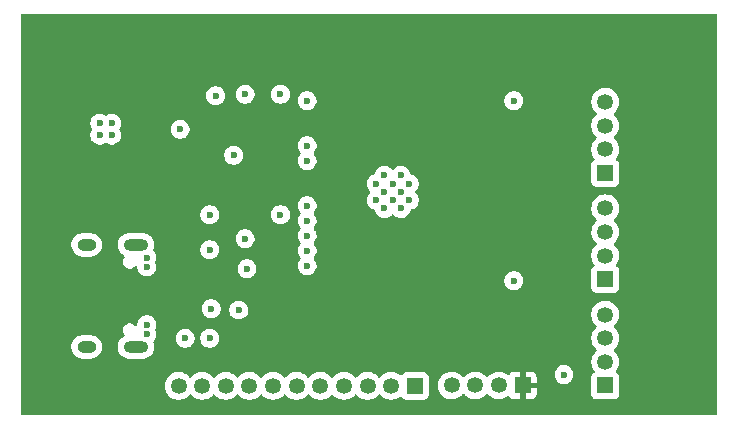
<source format=gbr>
%TF.GenerationSoftware,KiCad,Pcbnew,9.0.1*%
%TF.CreationDate,2025-07-10T19:48:23+10:00*%
%TF.ProjectId,esp-32-s3-wroom-1,6573702d-3332-42d7-9333-2d77726f6f6d,rev?*%
%TF.SameCoordinates,Original*%
%TF.FileFunction,Copper,L3,Inr*%
%TF.FilePolarity,Positive*%
%FSLAX46Y46*%
G04 Gerber Fmt 4.6, Leading zero omitted, Abs format (unit mm)*
G04 Created by KiCad (PCBNEW 9.0.1) date 2025-07-10 19:48:23*
%MOMM*%
%LPD*%
G01*
G04 APERTURE LIST*
%TA.AperFunction,HeatsinkPad*%
%ADD10O,1.600000X1.000000*%
%TD*%
%TA.AperFunction,HeatsinkPad*%
%ADD11O,2.100000X1.000000*%
%TD*%
%TA.AperFunction,HeatsinkPad*%
%ADD12C,0.600000*%
%TD*%
%TA.AperFunction,ComponentPad*%
%ADD13R,1.350000X1.350000*%
%TD*%
%TA.AperFunction,ComponentPad*%
%ADD14C,1.350000*%
%TD*%
%TA.AperFunction,ViaPad*%
%ADD15C,0.600000*%
%TD*%
G04 APERTURE END LIST*
D10*
%TO.N,GND*%
%TO.C,J1*%
X106082857Y-94236371D03*
D11*
X110262857Y-94236371D03*
D10*
X106082857Y-85596371D03*
D11*
X110262857Y-85596371D03*
%TD*%
D12*
%TO.N,GND*%
%TO.C,U1*%
X133400000Y-81810000D03*
X133400000Y-80410000D03*
X132700000Y-82510000D03*
X132700000Y-81110000D03*
X132700000Y-79710000D03*
X132000000Y-81810000D03*
X132000000Y-80410000D03*
X131300000Y-82510000D03*
X131300000Y-81110000D03*
X131300000Y-79710000D03*
X130600000Y-81810000D03*
X130600000Y-80410000D03*
%TD*%
D13*
%TO.N,+3.3V*%
%TO.C,J2*%
X143000000Y-97500000D03*
D14*
%TO.N,GND*%
X141000000Y-97500000D03*
%TO.N,/SCL*%
X139000000Y-97500000D03*
%TO.N,/SDA*%
X137000000Y-97500000D03*
%TD*%
D13*
%TO.N,/IO14*%
%TO.C,J7*%
X133870000Y-97540000D03*
D14*
%TO.N,/IO13*%
X131870000Y-97540000D03*
%TO.N,/IO12*%
X129870000Y-97540000D03*
%TO.N,/IO11*%
X127870000Y-97540000D03*
%TO.N,/IO10*%
X125870000Y-97540000D03*
%TO.N,/IO9*%
X123870000Y-97540000D03*
%TO.N,/IO46*%
X121870000Y-97540000D03*
%TO.N,/IO3*%
X119870000Y-97540000D03*
%TO.N,/IO8*%
X117870000Y-97540000D03*
%TO.N,/IO16*%
X115870000Y-97540000D03*
%TO.N,/IO15*%
X113870000Y-97540000D03*
%TD*%
D13*
%TO.N,/IO48*%
%TO.C,J3*%
X150000000Y-97500000D03*
D14*
%TO.N,/IO45*%
X150000000Y-95500000D03*
%TO.N,/IO35*%
X150000000Y-93500000D03*
%TO.N,/IO36*%
X150000000Y-91500000D03*
%TD*%
D13*
%TO.N,/IO37*%
%TO.C,J4*%
X150000000Y-88500000D03*
D14*
%TO.N,/IO38*%
X150000000Y-86500000D03*
%TO.N,/IO39*%
X150000000Y-84500000D03*
%TO.N,/IO40*%
X150000000Y-82500000D03*
%TD*%
D13*
%TO.N,/IO41*%
%TO.C,J5*%
X150000000Y-79500000D03*
D14*
%TO.N,/IO42*%
X150000000Y-77500000D03*
%TO.N,/IO5*%
X150000000Y-75500000D03*
%TO.N,/IO4*%
X150000000Y-73500000D03*
%TD*%
D15*
%TO.N,GND*%
X118537500Y-78000000D03*
X119660000Y-87620000D03*
X146500000Y-96575000D03*
%TO.N,/SCL*%
X124750000Y-84820000D03*
%TO.N,/SDA*%
X124750000Y-86090000D03*
%TO.N,+3.3V*%
X112500000Y-81000000D03*
%TO.N,GND*%
X116500000Y-93500000D03*
%TO.N,/VBUS*%
X118963976Y-91111906D03*
%TO.N,GND*%
X116637500Y-91000000D03*
%TO.N,/VBUS*%
X114425000Y-93500000D03*
%TO.N,GND*%
X111177857Y-93166371D03*
%TO.N,/VBUS*%
X111177857Y-92366371D03*
%TO.N,GND*%
X111177857Y-86666371D03*
%TO.N,/VBUS*%
X111177857Y-87466371D03*
%TO.N,GND*%
X122500000Y-72850500D03*
X119500000Y-72850500D03*
X117000000Y-72962500D03*
%TO.N,/IO35*%
X142250000Y-88630000D03*
%TO.N,/IO5*%
X124750000Y-78470000D03*
%TO.N,/IO4*%
X124750000Y-77200000D03*
%TO.N,/IO8*%
X124750000Y-87360000D03*
%TO.N,/IO15*%
X124750000Y-82280000D03*
%TO.N,/IO16*%
X124750000Y-83550000D03*
%TO.N,GND*%
X142250000Y-73390000D03*
X122500000Y-83037500D03*
X116500000Y-86000000D03*
X116500000Y-83037500D03*
X119500000Y-85075000D03*
X124750000Y-73390000D03*
%TO.N,+3.3V*%
X124750000Y-74660000D03*
X122500000Y-74925500D03*
X119500000Y-74925500D03*
X117000000Y-75037500D03*
%TO.N,GND*%
X114000000Y-75800000D03*
X108200000Y-76300000D03*
X107200000Y-76300000D03*
X108200000Y-75300000D03*
X107200000Y-75300000D03*
%TO.N,+3.3V*%
X114000000Y-73500000D03*
%TD*%
%TA.AperFunction,Conductor*%
%TO.N,+3.3V*%
G36*
X159432539Y-66040185D02*
G01*
X159478294Y-66092989D01*
X159489500Y-66144500D01*
X159489500Y-99895500D01*
X159469815Y-99962539D01*
X159417011Y-100008294D01*
X159365500Y-100019500D01*
X100664500Y-100019500D01*
X100597461Y-99999815D01*
X100551706Y-99947011D01*
X100540500Y-99895500D01*
X100540500Y-97447486D01*
X112694500Y-97447486D01*
X112694500Y-97632514D01*
X112708972Y-97723889D01*
X112723445Y-97815265D01*
X112780619Y-97991232D01*
X112780620Y-97991235D01*
X112844241Y-98116096D01*
X112864622Y-98156096D01*
X112973379Y-98305787D01*
X113104213Y-98436621D01*
X113253904Y-98545378D01*
X113307224Y-98572546D01*
X113418764Y-98629379D01*
X113418767Y-98629380D01*
X113506750Y-98657967D01*
X113594736Y-98686555D01*
X113777486Y-98715500D01*
X113777487Y-98715500D01*
X113962513Y-98715500D01*
X113962514Y-98715500D01*
X114145264Y-98686555D01*
X114321235Y-98629379D01*
X114486096Y-98545378D01*
X114635787Y-98436621D01*
X114766621Y-98305787D01*
X114769680Y-98301576D01*
X114825006Y-98258909D01*
X114894619Y-98252926D01*
X114956415Y-98285529D01*
X114970315Y-98301570D01*
X114973379Y-98305787D01*
X115104213Y-98436621D01*
X115253904Y-98545378D01*
X115307224Y-98572546D01*
X115418764Y-98629379D01*
X115418767Y-98629380D01*
X115506750Y-98657967D01*
X115594736Y-98686555D01*
X115777486Y-98715500D01*
X115777487Y-98715500D01*
X115962513Y-98715500D01*
X115962514Y-98715500D01*
X116145264Y-98686555D01*
X116321235Y-98629379D01*
X116486096Y-98545378D01*
X116635787Y-98436621D01*
X116766621Y-98305787D01*
X116769680Y-98301576D01*
X116825006Y-98258909D01*
X116894619Y-98252926D01*
X116956415Y-98285529D01*
X116970315Y-98301570D01*
X116973379Y-98305787D01*
X117104213Y-98436621D01*
X117253904Y-98545378D01*
X117307224Y-98572546D01*
X117418764Y-98629379D01*
X117418767Y-98629380D01*
X117506750Y-98657967D01*
X117594736Y-98686555D01*
X117777486Y-98715500D01*
X117777487Y-98715500D01*
X117962513Y-98715500D01*
X117962514Y-98715500D01*
X118145264Y-98686555D01*
X118321235Y-98629379D01*
X118486096Y-98545378D01*
X118635787Y-98436621D01*
X118766621Y-98305787D01*
X118769680Y-98301576D01*
X118825006Y-98258909D01*
X118894619Y-98252926D01*
X118956415Y-98285529D01*
X118970315Y-98301570D01*
X118973379Y-98305787D01*
X119104213Y-98436621D01*
X119253904Y-98545378D01*
X119307224Y-98572546D01*
X119418764Y-98629379D01*
X119418767Y-98629380D01*
X119506750Y-98657967D01*
X119594736Y-98686555D01*
X119777486Y-98715500D01*
X119777487Y-98715500D01*
X119962513Y-98715500D01*
X119962514Y-98715500D01*
X120145264Y-98686555D01*
X120321235Y-98629379D01*
X120486096Y-98545378D01*
X120635787Y-98436621D01*
X120766621Y-98305787D01*
X120769680Y-98301576D01*
X120825006Y-98258909D01*
X120894619Y-98252926D01*
X120956415Y-98285529D01*
X120970315Y-98301570D01*
X120973379Y-98305787D01*
X121104213Y-98436621D01*
X121253904Y-98545378D01*
X121307224Y-98572546D01*
X121418764Y-98629379D01*
X121418767Y-98629380D01*
X121506750Y-98657967D01*
X121594736Y-98686555D01*
X121777486Y-98715500D01*
X121777487Y-98715500D01*
X121962513Y-98715500D01*
X121962514Y-98715500D01*
X122145264Y-98686555D01*
X122321235Y-98629379D01*
X122486096Y-98545378D01*
X122635787Y-98436621D01*
X122766621Y-98305787D01*
X122769680Y-98301576D01*
X122825006Y-98258909D01*
X122894619Y-98252926D01*
X122956415Y-98285529D01*
X122970315Y-98301570D01*
X122973379Y-98305787D01*
X123104213Y-98436621D01*
X123253904Y-98545378D01*
X123307224Y-98572546D01*
X123418764Y-98629379D01*
X123418767Y-98629380D01*
X123506750Y-98657967D01*
X123594736Y-98686555D01*
X123777486Y-98715500D01*
X123777487Y-98715500D01*
X123962513Y-98715500D01*
X123962514Y-98715500D01*
X124145264Y-98686555D01*
X124321235Y-98629379D01*
X124486096Y-98545378D01*
X124635787Y-98436621D01*
X124766621Y-98305787D01*
X124769680Y-98301576D01*
X124825006Y-98258909D01*
X124894619Y-98252926D01*
X124956415Y-98285529D01*
X124970315Y-98301570D01*
X124973379Y-98305787D01*
X125104213Y-98436621D01*
X125253904Y-98545378D01*
X125307224Y-98572546D01*
X125418764Y-98629379D01*
X125418767Y-98629380D01*
X125506750Y-98657967D01*
X125594736Y-98686555D01*
X125777486Y-98715500D01*
X125777487Y-98715500D01*
X125962513Y-98715500D01*
X125962514Y-98715500D01*
X126145264Y-98686555D01*
X126321235Y-98629379D01*
X126486096Y-98545378D01*
X126635787Y-98436621D01*
X126766621Y-98305787D01*
X126769680Y-98301576D01*
X126825006Y-98258909D01*
X126894619Y-98252926D01*
X126956415Y-98285529D01*
X126970315Y-98301570D01*
X126973379Y-98305787D01*
X127104213Y-98436621D01*
X127253904Y-98545378D01*
X127307224Y-98572546D01*
X127418764Y-98629379D01*
X127418767Y-98629380D01*
X127506750Y-98657967D01*
X127594736Y-98686555D01*
X127777486Y-98715500D01*
X127777487Y-98715500D01*
X127962513Y-98715500D01*
X127962514Y-98715500D01*
X128145264Y-98686555D01*
X128321235Y-98629379D01*
X128486096Y-98545378D01*
X128635787Y-98436621D01*
X128766621Y-98305787D01*
X128769680Y-98301576D01*
X128825006Y-98258909D01*
X128894619Y-98252926D01*
X128956415Y-98285529D01*
X128970315Y-98301570D01*
X128973379Y-98305787D01*
X129104213Y-98436621D01*
X129253904Y-98545378D01*
X129307224Y-98572546D01*
X129418764Y-98629379D01*
X129418767Y-98629380D01*
X129506750Y-98657967D01*
X129594736Y-98686555D01*
X129777486Y-98715500D01*
X129777487Y-98715500D01*
X129962513Y-98715500D01*
X129962514Y-98715500D01*
X130145264Y-98686555D01*
X130321235Y-98629379D01*
X130486096Y-98545378D01*
X130635787Y-98436621D01*
X130766621Y-98305787D01*
X130769680Y-98301576D01*
X130825006Y-98258909D01*
X130894619Y-98252926D01*
X130956415Y-98285529D01*
X130970315Y-98301570D01*
X130973379Y-98305787D01*
X131104213Y-98436621D01*
X131253904Y-98545378D01*
X131307224Y-98572546D01*
X131418764Y-98629379D01*
X131418767Y-98629380D01*
X131506750Y-98657967D01*
X131594736Y-98686555D01*
X131777486Y-98715500D01*
X131777487Y-98715500D01*
X131962513Y-98715500D01*
X131962514Y-98715500D01*
X132145264Y-98686555D01*
X132321235Y-98629379D01*
X132486096Y-98545378D01*
X132601608Y-98461453D01*
X132667412Y-98437974D01*
X132735466Y-98453799D01*
X132773758Y-98487460D01*
X132837455Y-98572547D01*
X132952664Y-98658793D01*
X132952671Y-98658797D01*
X133087517Y-98709091D01*
X133087516Y-98709091D01*
X133094444Y-98709835D01*
X133147127Y-98715500D01*
X134592872Y-98715499D01*
X134652483Y-98709091D01*
X134787331Y-98658796D01*
X134902546Y-98572546D01*
X134988796Y-98457331D01*
X135039091Y-98322483D01*
X135045500Y-98262873D01*
X135045499Y-97407486D01*
X135824500Y-97407486D01*
X135824500Y-97592514D01*
X135834301Y-97654394D01*
X135853445Y-97775265D01*
X135910619Y-97951232D01*
X135910620Y-97951235D01*
X135994622Y-98116096D01*
X136103379Y-98265787D01*
X136234213Y-98396621D01*
X136383904Y-98505378D01*
X136437224Y-98532546D01*
X136548764Y-98589379D01*
X136548767Y-98589380D01*
X136636750Y-98617967D01*
X136724736Y-98646555D01*
X136907486Y-98675500D01*
X136907487Y-98675500D01*
X137092513Y-98675500D01*
X137092514Y-98675500D01*
X137275264Y-98646555D01*
X137451235Y-98589379D01*
X137616096Y-98505378D01*
X137765787Y-98396621D01*
X137896621Y-98265787D01*
X137899680Y-98261576D01*
X137955006Y-98218909D01*
X138024619Y-98212926D01*
X138086415Y-98245529D01*
X138100315Y-98261570D01*
X138103379Y-98265787D01*
X138234213Y-98396621D01*
X138383904Y-98505378D01*
X138437224Y-98532546D01*
X138548764Y-98589379D01*
X138548767Y-98589380D01*
X138636750Y-98617967D01*
X138724736Y-98646555D01*
X138907486Y-98675500D01*
X138907487Y-98675500D01*
X139092513Y-98675500D01*
X139092514Y-98675500D01*
X139275264Y-98646555D01*
X139451235Y-98589379D01*
X139616096Y-98505378D01*
X139765787Y-98396621D01*
X139896621Y-98265787D01*
X139899680Y-98261576D01*
X139955006Y-98218909D01*
X140024619Y-98212926D01*
X140086415Y-98245529D01*
X140100315Y-98261570D01*
X140103379Y-98265787D01*
X140234213Y-98396621D01*
X140383904Y-98505378D01*
X140437224Y-98532546D01*
X140548764Y-98589379D01*
X140548767Y-98589380D01*
X140636750Y-98617967D01*
X140724736Y-98646555D01*
X140907486Y-98675500D01*
X140907487Y-98675500D01*
X141092513Y-98675500D01*
X141092514Y-98675500D01*
X141275264Y-98646555D01*
X141451235Y-98589379D01*
X141616096Y-98505378D01*
X141732013Y-98421158D01*
X141797816Y-98397680D01*
X141865870Y-98413505D01*
X141904162Y-98447166D01*
X141967812Y-98532190D01*
X142082906Y-98618350D01*
X142082913Y-98618354D01*
X142217620Y-98668596D01*
X142217627Y-98668598D01*
X142277155Y-98674999D01*
X142277172Y-98675000D01*
X142750000Y-98675000D01*
X142750000Y-97815686D01*
X142754394Y-97820080D01*
X142845606Y-97872741D01*
X142947339Y-97900000D01*
X143052661Y-97900000D01*
X143154394Y-97872741D01*
X143245606Y-97820080D01*
X143250000Y-97815686D01*
X143250000Y-98675000D01*
X143722828Y-98675000D01*
X143722844Y-98674999D01*
X143782372Y-98668598D01*
X143782379Y-98668596D01*
X143917086Y-98618354D01*
X143917093Y-98618350D01*
X144032187Y-98532190D01*
X144032190Y-98532187D01*
X144118350Y-98417093D01*
X144118354Y-98417086D01*
X144168596Y-98282379D01*
X144168598Y-98282372D01*
X144174999Y-98222844D01*
X144175000Y-98222827D01*
X144175000Y-97750000D01*
X143315686Y-97750000D01*
X143320080Y-97745606D01*
X143372741Y-97654394D01*
X143400000Y-97552661D01*
X143400000Y-97447339D01*
X143372741Y-97345606D01*
X143320080Y-97254394D01*
X143315686Y-97250000D01*
X144175000Y-97250000D01*
X144175000Y-96777172D01*
X144174999Y-96777155D01*
X144168598Y-96717627D01*
X144168596Y-96717620D01*
X144118354Y-96582913D01*
X144118352Y-96582910D01*
X144104479Y-96564378D01*
X144104478Y-96564376D01*
X144053406Y-96496153D01*
X145699500Y-96496153D01*
X145699500Y-96653846D01*
X145730261Y-96808489D01*
X145730264Y-96808501D01*
X145790602Y-96954172D01*
X145790609Y-96954185D01*
X145878210Y-97085288D01*
X145878213Y-97085292D01*
X145989707Y-97196786D01*
X145989711Y-97196789D01*
X146120814Y-97284390D01*
X146120827Y-97284397D01*
X146266498Y-97344735D01*
X146266503Y-97344737D01*
X146421153Y-97375499D01*
X146421156Y-97375500D01*
X146421158Y-97375500D01*
X146578844Y-97375500D01*
X146578845Y-97375499D01*
X146733497Y-97344737D01*
X146879179Y-97284394D01*
X147010289Y-97196789D01*
X147121789Y-97085289D01*
X147209394Y-96954179D01*
X147269737Y-96808497D01*
X147300500Y-96653842D01*
X147300500Y-96496158D01*
X147300500Y-96496155D01*
X147300499Y-96496153D01*
X147285591Y-96421206D01*
X147269737Y-96341503D01*
X147269735Y-96341498D01*
X147209397Y-96195827D01*
X147209390Y-96195814D01*
X147121789Y-96064711D01*
X147121786Y-96064707D01*
X147010292Y-95953213D01*
X147010288Y-95953210D01*
X146879185Y-95865609D01*
X146879172Y-95865602D01*
X146733501Y-95805264D01*
X146733489Y-95805261D01*
X146578845Y-95774500D01*
X146578842Y-95774500D01*
X146421158Y-95774500D01*
X146421155Y-95774500D01*
X146266510Y-95805261D01*
X146266498Y-95805264D01*
X146120827Y-95865602D01*
X146120814Y-95865609D01*
X145989711Y-95953210D01*
X145989707Y-95953213D01*
X145878213Y-96064707D01*
X145878210Y-96064711D01*
X145790609Y-96195814D01*
X145790602Y-96195827D01*
X145730264Y-96341498D01*
X145730261Y-96341510D01*
X145699500Y-96496153D01*
X144053406Y-96496153D01*
X144032190Y-96467812D01*
X144032187Y-96467809D01*
X143917093Y-96381649D01*
X143917086Y-96381645D01*
X143782379Y-96331403D01*
X143782372Y-96331401D01*
X143722844Y-96325000D01*
X143250000Y-96325000D01*
X143250000Y-97184314D01*
X143245606Y-97179920D01*
X143154394Y-97127259D01*
X143052661Y-97100000D01*
X142947339Y-97100000D01*
X142845606Y-97127259D01*
X142754394Y-97179920D01*
X142750000Y-97184314D01*
X142750000Y-96325000D01*
X142277155Y-96325000D01*
X142217627Y-96331401D01*
X142217620Y-96331403D01*
X142082913Y-96381645D01*
X142082906Y-96381649D01*
X141967813Y-96467809D01*
X141904164Y-96552833D01*
X141848230Y-96594704D01*
X141778538Y-96599688D01*
X141732013Y-96578841D01*
X141616096Y-96494622D01*
X141451235Y-96410620D01*
X141451232Y-96410619D01*
X141275265Y-96353445D01*
X141136097Y-96331403D01*
X141092514Y-96324500D01*
X140907486Y-96324500D01*
X140863915Y-96331401D01*
X140724734Y-96353445D01*
X140548767Y-96410619D01*
X140548764Y-96410620D01*
X140383903Y-96494622D01*
X140298499Y-96556672D01*
X140234213Y-96603379D01*
X140234211Y-96603381D01*
X140234210Y-96603381D01*
X140103381Y-96734210D01*
X140100314Y-96738432D01*
X140044981Y-96781094D01*
X139975367Y-96787069D01*
X139913574Y-96754459D01*
X139899686Y-96738432D01*
X139896621Y-96734213D01*
X139765787Y-96603379D01*
X139616096Y-96494622D01*
X139451235Y-96410620D01*
X139451232Y-96410619D01*
X139275265Y-96353445D01*
X139136097Y-96331403D01*
X139092514Y-96324500D01*
X138907486Y-96324500D01*
X138863915Y-96331401D01*
X138724734Y-96353445D01*
X138548767Y-96410619D01*
X138548764Y-96410620D01*
X138383903Y-96494622D01*
X138298499Y-96556672D01*
X138234213Y-96603379D01*
X138234211Y-96603381D01*
X138234210Y-96603381D01*
X138103381Y-96734210D01*
X138100314Y-96738432D01*
X138044981Y-96781094D01*
X137975367Y-96787069D01*
X137913574Y-96754459D01*
X137899686Y-96738432D01*
X137896621Y-96734213D01*
X137765787Y-96603379D01*
X137616096Y-96494622D01*
X137451235Y-96410620D01*
X137451232Y-96410619D01*
X137275265Y-96353445D01*
X137136097Y-96331403D01*
X137092514Y-96324500D01*
X136907486Y-96324500D01*
X136863915Y-96331401D01*
X136724734Y-96353445D01*
X136548767Y-96410619D01*
X136548764Y-96410620D01*
X136383903Y-96494622D01*
X136298499Y-96556672D01*
X136234213Y-96603379D01*
X136234211Y-96603381D01*
X136234210Y-96603381D01*
X136103381Y-96734210D01*
X136103381Y-96734211D01*
X136103379Y-96734213D01*
X136071252Y-96778432D01*
X135994622Y-96883903D01*
X135910620Y-97048764D01*
X135910619Y-97048767D01*
X135853445Y-97224734D01*
X135834438Y-97344738D01*
X135824500Y-97407486D01*
X135045499Y-97407486D01*
X135045499Y-96817128D01*
X135039091Y-96757517D01*
X135037950Y-96754459D01*
X134988797Y-96622671D01*
X134988793Y-96622664D01*
X134902547Y-96507455D01*
X134902544Y-96507452D01*
X134787335Y-96421206D01*
X134787328Y-96421202D01*
X134652482Y-96370908D01*
X134652483Y-96370908D01*
X134592883Y-96364501D01*
X134592881Y-96364500D01*
X134592873Y-96364500D01*
X134592864Y-96364500D01*
X133147129Y-96364500D01*
X133147123Y-96364501D01*
X133087516Y-96370908D01*
X132952671Y-96421202D01*
X132952664Y-96421206D01*
X132837455Y-96507452D01*
X132773758Y-96592539D01*
X132717823Y-96634410D01*
X132648132Y-96639393D01*
X132601607Y-96618545D01*
X132486099Y-96534624D01*
X132486098Y-96534623D01*
X132486096Y-96534622D01*
X132432772Y-96507452D01*
X132321235Y-96450620D01*
X132321232Y-96450619D01*
X132145265Y-96393445D01*
X132002972Y-96370908D01*
X131962514Y-96364500D01*
X131777486Y-96364500D01*
X131737028Y-96370908D01*
X131594734Y-96393445D01*
X131418767Y-96450619D01*
X131418764Y-96450620D01*
X131253903Y-96534622D01*
X131212951Y-96564376D01*
X131104213Y-96643379D01*
X131104211Y-96643381D01*
X131104210Y-96643381D01*
X130973381Y-96774210D01*
X130973379Y-96774213D01*
X130971242Y-96777155D01*
X130970314Y-96778432D01*
X130914981Y-96821094D01*
X130845367Y-96827069D01*
X130783574Y-96794459D01*
X130769686Y-96778432D01*
X130766621Y-96774213D01*
X130635787Y-96643379D01*
X130486096Y-96534622D01*
X130432778Y-96507455D01*
X130321235Y-96450620D01*
X130321232Y-96450619D01*
X130145265Y-96393445D01*
X130002972Y-96370908D01*
X129962514Y-96364500D01*
X129777486Y-96364500D01*
X129737028Y-96370908D01*
X129594734Y-96393445D01*
X129418767Y-96450619D01*
X129418764Y-96450620D01*
X129253903Y-96534622D01*
X129212951Y-96564376D01*
X129104213Y-96643379D01*
X129104211Y-96643381D01*
X129104210Y-96643381D01*
X128973381Y-96774210D01*
X128973379Y-96774213D01*
X128971242Y-96777155D01*
X128970314Y-96778432D01*
X128914981Y-96821094D01*
X128845367Y-96827069D01*
X128783574Y-96794459D01*
X128769686Y-96778432D01*
X128766621Y-96774213D01*
X128635787Y-96643379D01*
X128486096Y-96534622D01*
X128432778Y-96507455D01*
X128321235Y-96450620D01*
X128321232Y-96450619D01*
X128145265Y-96393445D01*
X128002972Y-96370908D01*
X127962514Y-96364500D01*
X127777486Y-96364500D01*
X127737028Y-96370908D01*
X127594734Y-96393445D01*
X127418767Y-96450619D01*
X127418764Y-96450620D01*
X127253903Y-96534622D01*
X127212951Y-96564376D01*
X127104213Y-96643379D01*
X127104211Y-96643381D01*
X127104210Y-96643381D01*
X126973381Y-96774210D01*
X126973379Y-96774213D01*
X126971242Y-96777155D01*
X126970314Y-96778432D01*
X126914981Y-96821094D01*
X126845367Y-96827069D01*
X126783574Y-96794459D01*
X126769686Y-96778432D01*
X126766621Y-96774213D01*
X126635787Y-96643379D01*
X126486096Y-96534622D01*
X126432778Y-96507455D01*
X126321235Y-96450620D01*
X126321232Y-96450619D01*
X126145265Y-96393445D01*
X126002972Y-96370908D01*
X125962514Y-96364500D01*
X125777486Y-96364500D01*
X125737028Y-96370908D01*
X125594734Y-96393445D01*
X125418767Y-96450619D01*
X125418764Y-96450620D01*
X125253903Y-96534622D01*
X125212951Y-96564376D01*
X125104213Y-96643379D01*
X125104211Y-96643381D01*
X125104210Y-96643381D01*
X124973381Y-96774210D01*
X124973379Y-96774213D01*
X124971242Y-96777155D01*
X124970314Y-96778432D01*
X124914981Y-96821094D01*
X124845367Y-96827069D01*
X124783574Y-96794459D01*
X124769686Y-96778432D01*
X124766621Y-96774213D01*
X124635787Y-96643379D01*
X124486096Y-96534622D01*
X124432778Y-96507455D01*
X124321235Y-96450620D01*
X124321232Y-96450619D01*
X124145265Y-96393445D01*
X124002972Y-96370908D01*
X123962514Y-96364500D01*
X123777486Y-96364500D01*
X123737028Y-96370908D01*
X123594734Y-96393445D01*
X123418767Y-96450619D01*
X123418764Y-96450620D01*
X123253903Y-96534622D01*
X123212951Y-96564376D01*
X123104213Y-96643379D01*
X123104211Y-96643381D01*
X123104210Y-96643381D01*
X122973381Y-96774210D01*
X122973379Y-96774213D01*
X122971242Y-96777155D01*
X122970314Y-96778432D01*
X122914981Y-96821094D01*
X122845367Y-96827069D01*
X122783574Y-96794459D01*
X122769686Y-96778432D01*
X122766621Y-96774213D01*
X122635787Y-96643379D01*
X122486096Y-96534622D01*
X122432778Y-96507455D01*
X122321235Y-96450620D01*
X122321232Y-96450619D01*
X122145265Y-96393445D01*
X122002972Y-96370908D01*
X121962514Y-96364500D01*
X121777486Y-96364500D01*
X121737028Y-96370908D01*
X121594734Y-96393445D01*
X121418767Y-96450619D01*
X121418764Y-96450620D01*
X121253903Y-96534622D01*
X121212951Y-96564376D01*
X121104213Y-96643379D01*
X121104211Y-96643381D01*
X121104210Y-96643381D01*
X120973381Y-96774210D01*
X120973379Y-96774213D01*
X120971242Y-96777155D01*
X120970314Y-96778432D01*
X120914981Y-96821094D01*
X120845367Y-96827069D01*
X120783574Y-96794459D01*
X120769686Y-96778432D01*
X120766621Y-96774213D01*
X120635787Y-96643379D01*
X120486096Y-96534622D01*
X120432778Y-96507455D01*
X120321235Y-96450620D01*
X120321232Y-96450619D01*
X120145265Y-96393445D01*
X120002972Y-96370908D01*
X119962514Y-96364500D01*
X119777486Y-96364500D01*
X119737028Y-96370908D01*
X119594734Y-96393445D01*
X119418767Y-96450619D01*
X119418764Y-96450620D01*
X119253903Y-96534622D01*
X119212951Y-96564376D01*
X119104213Y-96643379D01*
X119104211Y-96643381D01*
X119104210Y-96643381D01*
X118973381Y-96774210D01*
X118973379Y-96774213D01*
X118971242Y-96777155D01*
X118970314Y-96778432D01*
X118914981Y-96821094D01*
X118845367Y-96827069D01*
X118783574Y-96794459D01*
X118769686Y-96778432D01*
X118766621Y-96774213D01*
X118635787Y-96643379D01*
X118486096Y-96534622D01*
X118432778Y-96507455D01*
X118321235Y-96450620D01*
X118321232Y-96450619D01*
X118145265Y-96393445D01*
X118002972Y-96370908D01*
X117962514Y-96364500D01*
X117777486Y-96364500D01*
X117737028Y-96370908D01*
X117594734Y-96393445D01*
X117418767Y-96450619D01*
X117418764Y-96450620D01*
X117253903Y-96534622D01*
X117212951Y-96564376D01*
X117104213Y-96643379D01*
X117104211Y-96643381D01*
X117104210Y-96643381D01*
X116973381Y-96774210D01*
X116973379Y-96774213D01*
X116971242Y-96777155D01*
X116970314Y-96778432D01*
X116914981Y-96821094D01*
X116845367Y-96827069D01*
X116783574Y-96794459D01*
X116769686Y-96778432D01*
X116766621Y-96774213D01*
X116635787Y-96643379D01*
X116486096Y-96534622D01*
X116432778Y-96507455D01*
X116321235Y-96450620D01*
X116321232Y-96450619D01*
X116145265Y-96393445D01*
X116002972Y-96370908D01*
X115962514Y-96364500D01*
X115777486Y-96364500D01*
X115737028Y-96370908D01*
X115594734Y-96393445D01*
X115418767Y-96450619D01*
X115418764Y-96450620D01*
X115253903Y-96534622D01*
X115212951Y-96564376D01*
X115104213Y-96643379D01*
X115104211Y-96643381D01*
X115104210Y-96643381D01*
X114973381Y-96774210D01*
X114973379Y-96774213D01*
X114971242Y-96777155D01*
X114970314Y-96778432D01*
X114914981Y-96821094D01*
X114845367Y-96827069D01*
X114783574Y-96794459D01*
X114769686Y-96778432D01*
X114766621Y-96774213D01*
X114635787Y-96643379D01*
X114486096Y-96534622D01*
X114432778Y-96507455D01*
X114321235Y-96450620D01*
X114321232Y-96450619D01*
X114145265Y-96393445D01*
X114002972Y-96370908D01*
X113962514Y-96364500D01*
X113777486Y-96364500D01*
X113737028Y-96370908D01*
X113594734Y-96393445D01*
X113418767Y-96450619D01*
X113418764Y-96450620D01*
X113253903Y-96534622D01*
X113212951Y-96564376D01*
X113104213Y-96643379D01*
X113104211Y-96643381D01*
X113104210Y-96643381D01*
X112973381Y-96774210D01*
X112973381Y-96774211D01*
X112973379Y-96774213D01*
X112942199Y-96817129D01*
X112864622Y-96923903D01*
X112780620Y-97088764D01*
X112780619Y-97088767D01*
X112723445Y-97264734D01*
X112700835Y-97407486D01*
X112694500Y-97447486D01*
X100540500Y-97447486D01*
X100540500Y-94334914D01*
X104782356Y-94334914D01*
X104820804Y-94528200D01*
X104820807Y-94528210D01*
X104896221Y-94710278D01*
X104896228Y-94710291D01*
X105005717Y-94874152D01*
X105005720Y-94874156D01*
X105145071Y-95013507D01*
X105145075Y-95013510D01*
X105308936Y-95122999D01*
X105308949Y-95123006D01*
X105491017Y-95198420D01*
X105491022Y-95198422D01*
X105491026Y-95198422D01*
X105491027Y-95198423D01*
X105684313Y-95236871D01*
X105684316Y-95236871D01*
X106481400Y-95236871D01*
X106611439Y-95211003D01*
X106674692Y-95198422D01*
X106856771Y-95123003D01*
X107020639Y-95013510D01*
X107159996Y-94874153D01*
X107269489Y-94710285D01*
X107344908Y-94528206D01*
X107383357Y-94334914D01*
X108712356Y-94334914D01*
X108750804Y-94528200D01*
X108750807Y-94528210D01*
X108826221Y-94710278D01*
X108826228Y-94710291D01*
X108935717Y-94874152D01*
X108935720Y-94874156D01*
X109075071Y-95013507D01*
X109075075Y-95013510D01*
X109238936Y-95122999D01*
X109238949Y-95123006D01*
X109421017Y-95198420D01*
X109421022Y-95198422D01*
X109421026Y-95198422D01*
X109421027Y-95198423D01*
X109614313Y-95236871D01*
X109614316Y-95236871D01*
X110911400Y-95236871D01*
X111041439Y-95211003D01*
X111104692Y-95198422D01*
X111286771Y-95123003D01*
X111450639Y-95013510D01*
X111589996Y-94874153D01*
X111699489Y-94710285D01*
X111774908Y-94528206D01*
X111813357Y-94334912D01*
X111813357Y-94137830D01*
X111813357Y-94137827D01*
X111774909Y-93944541D01*
X111774908Y-93944540D01*
X111774908Y-93944536D01*
X111735401Y-93849158D01*
X111727932Y-93779688D01*
X111759207Y-93717209D01*
X111762265Y-93714040D01*
X111799646Y-93676660D01*
X111887251Y-93545550D01*
X111938778Y-93421153D01*
X113624500Y-93421153D01*
X113624500Y-93578846D01*
X113655261Y-93733489D01*
X113655264Y-93733501D01*
X113715602Y-93879172D01*
X113715609Y-93879185D01*
X113803210Y-94010288D01*
X113803213Y-94010292D01*
X113914707Y-94121786D01*
X113914711Y-94121789D01*
X114045814Y-94209390D01*
X114045827Y-94209397D01*
X114191498Y-94269735D01*
X114191503Y-94269737D01*
X114346153Y-94300499D01*
X114346156Y-94300500D01*
X114346158Y-94300500D01*
X114503844Y-94300500D01*
X114503845Y-94300499D01*
X114658497Y-94269737D01*
X114804179Y-94209394D01*
X114935289Y-94121789D01*
X115046789Y-94010289D01*
X115134394Y-93879179D01*
X115194737Y-93733497D01*
X115225500Y-93578842D01*
X115225500Y-93421158D01*
X115225500Y-93421155D01*
X115225499Y-93421153D01*
X115699500Y-93421153D01*
X115699500Y-93578846D01*
X115730261Y-93733489D01*
X115730264Y-93733501D01*
X115790602Y-93879172D01*
X115790609Y-93879185D01*
X115878210Y-94010288D01*
X115878213Y-94010292D01*
X115989707Y-94121786D01*
X115989711Y-94121789D01*
X116120814Y-94209390D01*
X116120827Y-94209397D01*
X116266498Y-94269735D01*
X116266503Y-94269737D01*
X116421153Y-94300499D01*
X116421156Y-94300500D01*
X116421158Y-94300500D01*
X116578844Y-94300500D01*
X116578845Y-94300499D01*
X116733497Y-94269737D01*
X116879179Y-94209394D01*
X117010289Y-94121789D01*
X117121789Y-94010289D01*
X117209394Y-93879179D01*
X117269737Y-93733497D01*
X117300500Y-93578842D01*
X117300500Y-93421158D01*
X117300500Y-93421155D01*
X117300499Y-93421153D01*
X117286293Y-93349735D01*
X117269737Y-93266503D01*
X117260919Y-93245215D01*
X117209397Y-93120827D01*
X117209390Y-93120814D01*
X117121789Y-92989711D01*
X117121786Y-92989707D01*
X117010292Y-92878213D01*
X117010288Y-92878210D01*
X116879185Y-92790609D01*
X116879172Y-92790602D01*
X116733501Y-92730264D01*
X116733489Y-92730261D01*
X116578845Y-92699500D01*
X116578842Y-92699500D01*
X116421158Y-92699500D01*
X116421155Y-92699500D01*
X116266510Y-92730261D01*
X116266498Y-92730264D01*
X116120827Y-92790602D01*
X116120814Y-92790609D01*
X115989711Y-92878210D01*
X115989707Y-92878213D01*
X115878213Y-92989707D01*
X115878210Y-92989711D01*
X115790609Y-93120814D01*
X115790602Y-93120827D01*
X115730264Y-93266498D01*
X115730261Y-93266510D01*
X115699500Y-93421153D01*
X115225499Y-93421153D01*
X115211293Y-93349735D01*
X115194737Y-93266503D01*
X115185919Y-93245215D01*
X115134397Y-93120827D01*
X115134390Y-93120814D01*
X115046789Y-92989711D01*
X115046786Y-92989707D01*
X114935292Y-92878213D01*
X114935288Y-92878210D01*
X114804185Y-92790609D01*
X114804172Y-92790602D01*
X114658501Y-92730264D01*
X114658489Y-92730261D01*
X114503845Y-92699500D01*
X114503842Y-92699500D01*
X114346158Y-92699500D01*
X114346155Y-92699500D01*
X114191510Y-92730261D01*
X114191498Y-92730264D01*
X114045827Y-92790602D01*
X114045814Y-92790609D01*
X113914711Y-92878210D01*
X113914707Y-92878213D01*
X113803213Y-92989707D01*
X113803210Y-92989711D01*
X113715609Y-93120814D01*
X113715602Y-93120827D01*
X113655264Y-93266498D01*
X113655261Y-93266510D01*
X113624500Y-93421153D01*
X111938778Y-93421153D01*
X111947594Y-93399868D01*
X111972567Y-93274321D01*
X111978357Y-93245215D01*
X111978357Y-93087526D01*
X111978356Y-93087524D01*
X111966617Y-93028507D01*
X111947594Y-92932874D01*
X111898282Y-92813823D01*
X111890813Y-92744354D01*
X111898282Y-92718919D01*
X111946139Y-92603381D01*
X111947594Y-92599868D01*
X111978357Y-92445213D01*
X111978357Y-92287529D01*
X111978357Y-92287526D01*
X111978356Y-92287524D01*
X111947595Y-92132881D01*
X111947594Y-92132874D01*
X111940644Y-92116096D01*
X111887254Y-91987198D01*
X111887247Y-91987185D01*
X111799646Y-91856082D01*
X111799643Y-91856078D01*
X111688149Y-91744584D01*
X111688145Y-91744581D01*
X111557042Y-91656980D01*
X111557029Y-91656973D01*
X111411358Y-91596635D01*
X111411346Y-91596632D01*
X111256702Y-91565871D01*
X111256699Y-91565871D01*
X111099015Y-91565871D01*
X111099012Y-91565871D01*
X110944367Y-91596632D01*
X110944355Y-91596635D01*
X110798684Y-91656973D01*
X110798671Y-91656980D01*
X110667568Y-91744581D01*
X110667564Y-91744584D01*
X110556070Y-91856078D01*
X110556067Y-91856082D01*
X110468466Y-91987185D01*
X110468459Y-91987198D01*
X110408121Y-92132869D01*
X110408118Y-92132881D01*
X110377357Y-92287524D01*
X110377357Y-92337629D01*
X110357672Y-92404668D01*
X110304868Y-92450423D01*
X110235710Y-92460367D01*
X110172154Y-92431342D01*
X110165676Y-92425310D01*
X110086224Y-92345858D01*
X110086222Y-92345856D01*
X110020607Y-92307973D01*
X109954993Y-92270090D01*
X109881807Y-92250480D01*
X109808623Y-92230871D01*
X109657091Y-92230871D01*
X109510720Y-92270090D01*
X109379492Y-92345856D01*
X109379489Y-92345858D01*
X109272344Y-92453003D01*
X109272342Y-92453006D01*
X109196576Y-92584234D01*
X109191446Y-92603381D01*
X109157357Y-92730605D01*
X109157357Y-92882137D01*
X109170952Y-92932874D01*
X109196576Y-93028507D01*
X109230650Y-93087524D01*
X109272342Y-93159736D01*
X109272345Y-93159739D01*
X109277045Y-93165864D01*
X109302240Y-93231033D01*
X109288203Y-93299478D01*
X109243367Y-93345394D01*
X109244008Y-93346354D01*
X109239469Y-93349386D01*
X109239390Y-93349468D01*
X109239153Y-93349597D01*
X109075075Y-93459231D01*
X109075071Y-93459234D01*
X108935720Y-93598585D01*
X108935717Y-93598589D01*
X108826228Y-93762450D01*
X108826221Y-93762463D01*
X108750807Y-93944531D01*
X108750804Y-93944541D01*
X108712357Y-94137827D01*
X108712357Y-94137830D01*
X108712357Y-94334912D01*
X108712357Y-94334914D01*
X108712356Y-94334914D01*
X107383357Y-94334914D01*
X107383357Y-94334912D01*
X107383357Y-94137830D01*
X107383357Y-94137827D01*
X107344909Y-93944541D01*
X107344908Y-93944540D01*
X107344908Y-93944536D01*
X107317839Y-93879185D01*
X107269492Y-93762463D01*
X107269485Y-93762450D01*
X107159996Y-93598589D01*
X107159993Y-93598585D01*
X107020642Y-93459234D01*
X107020638Y-93459231D01*
X106856777Y-93349742D01*
X106856764Y-93349735D01*
X106674696Y-93274321D01*
X106674686Y-93274318D01*
X106481400Y-93235871D01*
X106481398Y-93235871D01*
X105684316Y-93235871D01*
X105684314Y-93235871D01*
X105491027Y-93274318D01*
X105491017Y-93274321D01*
X105308949Y-93349735D01*
X105308936Y-93349742D01*
X105145075Y-93459231D01*
X105145071Y-93459234D01*
X105005720Y-93598585D01*
X105005717Y-93598589D01*
X104896228Y-93762450D01*
X104896221Y-93762463D01*
X104820807Y-93944531D01*
X104820804Y-93944541D01*
X104782357Y-94137827D01*
X104782357Y-94137830D01*
X104782357Y-94334912D01*
X104782357Y-94334914D01*
X104782356Y-94334914D01*
X100540500Y-94334914D01*
X100540500Y-90921153D01*
X115837000Y-90921153D01*
X115837000Y-91078846D01*
X115867761Y-91233489D01*
X115867764Y-91233501D01*
X115928102Y-91379172D01*
X115928109Y-91379185D01*
X116015710Y-91510288D01*
X116015713Y-91510292D01*
X116127207Y-91621786D01*
X116127211Y-91621789D01*
X116258314Y-91709390D01*
X116258327Y-91709397D01*
X116403998Y-91769735D01*
X116404003Y-91769737D01*
X116558653Y-91800499D01*
X116558656Y-91800500D01*
X116558658Y-91800500D01*
X116716344Y-91800500D01*
X116716345Y-91800499D01*
X116870997Y-91769737D01*
X117016679Y-91709394D01*
X117147789Y-91621789D01*
X117259289Y-91510289D01*
X117346894Y-91379179D01*
X117407237Y-91233497D01*
X117438000Y-91078842D01*
X117438000Y-91033059D01*
X118163476Y-91033059D01*
X118163476Y-91190752D01*
X118194237Y-91345395D01*
X118194240Y-91345407D01*
X118254578Y-91491078D01*
X118254585Y-91491091D01*
X118342186Y-91622194D01*
X118342189Y-91622198D01*
X118453683Y-91733692D01*
X118453687Y-91733695D01*
X118584790Y-91821296D01*
X118584803Y-91821303D01*
X118730474Y-91881641D01*
X118730479Y-91881643D01*
X118885129Y-91912405D01*
X118885132Y-91912406D01*
X118885134Y-91912406D01*
X119042820Y-91912406D01*
X119042821Y-91912405D01*
X119197473Y-91881643D01*
X119343155Y-91821300D01*
X119474265Y-91733695D01*
X119585765Y-91622195D01*
X119673370Y-91491085D01*
X119707998Y-91407486D01*
X148824500Y-91407486D01*
X148824500Y-91592514D01*
X148838972Y-91683889D01*
X148853445Y-91775265D01*
X148910619Y-91951232D01*
X148910620Y-91951235D01*
X148994622Y-92116096D01*
X149103379Y-92265787D01*
X149234213Y-92396621D01*
X149238421Y-92399678D01*
X149238432Y-92399686D01*
X149281094Y-92455019D01*
X149287069Y-92524633D01*
X149254459Y-92586426D01*
X149238432Y-92600314D01*
X149234210Y-92603381D01*
X149103381Y-92734210D01*
X149103381Y-92734211D01*
X149103379Y-92734213D01*
X149062410Y-92790602D01*
X148994622Y-92883903D01*
X148910620Y-93048764D01*
X148910619Y-93048767D01*
X148853445Y-93224734D01*
X148824500Y-93407486D01*
X148824500Y-93592513D01*
X148853445Y-93775265D01*
X148910619Y-93951232D01*
X148910620Y-93951235D01*
X148994622Y-94116096D01*
X149103379Y-94265787D01*
X149234213Y-94396621D01*
X149238421Y-94399678D01*
X149238432Y-94399686D01*
X149281094Y-94455019D01*
X149287069Y-94524633D01*
X149254459Y-94586426D01*
X149238432Y-94600314D01*
X149234210Y-94603381D01*
X149103381Y-94734210D01*
X149103381Y-94734211D01*
X149103379Y-94734213D01*
X149056672Y-94798499D01*
X148994622Y-94883903D01*
X148910620Y-95048764D01*
X148910619Y-95048767D01*
X148853445Y-95224734D01*
X148824500Y-95407486D01*
X148824500Y-95592513D01*
X148853445Y-95775265D01*
X148910619Y-95951232D01*
X148910620Y-95951235D01*
X148994624Y-96116099D01*
X149078545Y-96231607D01*
X149102025Y-96297413D01*
X149086200Y-96365467D01*
X149052539Y-96403758D01*
X148967452Y-96467455D01*
X148881206Y-96582664D01*
X148881202Y-96582671D01*
X148830908Y-96717517D01*
X148824813Y-96774213D01*
X148824501Y-96777123D01*
X148824500Y-96777135D01*
X148824500Y-98222870D01*
X148824501Y-98222876D01*
X148830908Y-98282483D01*
X148881202Y-98417328D01*
X148881206Y-98417335D01*
X148967452Y-98532544D01*
X148967455Y-98532547D01*
X149082664Y-98618793D01*
X149082671Y-98618797D01*
X149217517Y-98669091D01*
X149217516Y-98669091D01*
X149224444Y-98669835D01*
X149277127Y-98675500D01*
X150722872Y-98675499D01*
X150782483Y-98669091D01*
X150917331Y-98618796D01*
X151032546Y-98532546D01*
X151118796Y-98417331D01*
X151169091Y-98282483D01*
X151175500Y-98222873D01*
X151175499Y-96777128D01*
X151169091Y-96717517D01*
X151145343Y-96653846D01*
X151118797Y-96582671D01*
X151118793Y-96582664D01*
X151032547Y-96467455D01*
X150947460Y-96403758D01*
X150905590Y-96347824D01*
X150900606Y-96278132D01*
X150921454Y-96231607D01*
X151005378Y-96116096D01*
X151089379Y-95951235D01*
X151146555Y-95775264D01*
X151175500Y-95592514D01*
X151175500Y-95407486D01*
X151146555Y-95224736D01*
X151089379Y-95048765D01*
X151089379Y-95048764D01*
X151005377Y-94883903D01*
X150896621Y-94734213D01*
X150765787Y-94603379D01*
X150761576Y-94600319D01*
X150718909Y-94544994D01*
X150712926Y-94475381D01*
X150745529Y-94413585D01*
X150761570Y-94399684D01*
X150765787Y-94396621D01*
X150896621Y-94265787D01*
X151005378Y-94116096D01*
X151089379Y-93951235D01*
X151146555Y-93775264D01*
X151175500Y-93592514D01*
X151175500Y-93407486D01*
X151146555Y-93224736D01*
X151101973Y-93087526D01*
X151089380Y-93048767D01*
X151089379Y-93048764D01*
X151005377Y-92883903D01*
X151001243Y-92878213D01*
X150896621Y-92734213D01*
X150765787Y-92603379D01*
X150761576Y-92600319D01*
X150718909Y-92544994D01*
X150712926Y-92475381D01*
X150745529Y-92413585D01*
X150761570Y-92399684D01*
X150765787Y-92396621D01*
X150896621Y-92265787D01*
X151005378Y-92116096D01*
X151089379Y-91951235D01*
X151146555Y-91775264D01*
X151175500Y-91592514D01*
X151175500Y-91407486D01*
X151146555Y-91224736D01*
X151089379Y-91048765D01*
X151089379Y-91048764D01*
X151005377Y-90883903D01*
X150896621Y-90734213D01*
X150765787Y-90603379D01*
X150616096Y-90494622D01*
X150607258Y-90490119D01*
X150451235Y-90410620D01*
X150451232Y-90410619D01*
X150275265Y-90353445D01*
X150183889Y-90338972D01*
X150092514Y-90324500D01*
X149907486Y-90324500D01*
X149846569Y-90334148D01*
X149724734Y-90353445D01*
X149548767Y-90410619D01*
X149548764Y-90410620D01*
X149383903Y-90494622D01*
X149298499Y-90556672D01*
X149234213Y-90603379D01*
X149234211Y-90603381D01*
X149234210Y-90603381D01*
X149103381Y-90734210D01*
X149103381Y-90734211D01*
X149103379Y-90734213D01*
X149079923Y-90766498D01*
X148994622Y-90883903D01*
X148910620Y-91048764D01*
X148910619Y-91048767D01*
X148853445Y-91224734D01*
X148828983Y-91379179D01*
X148824500Y-91407486D01*
X119707998Y-91407486D01*
X119733713Y-91345403D01*
X119764476Y-91190748D01*
X119764476Y-91033064D01*
X119764476Y-91033061D01*
X119764475Y-91033059D01*
X119742216Y-90921158D01*
X119733713Y-90878409D01*
X119733711Y-90878404D01*
X119673373Y-90732733D01*
X119673366Y-90732720D01*
X119585765Y-90601617D01*
X119585762Y-90601613D01*
X119474268Y-90490119D01*
X119474264Y-90490116D01*
X119343161Y-90402515D01*
X119343148Y-90402508D01*
X119197477Y-90342170D01*
X119197465Y-90342167D01*
X119042821Y-90311406D01*
X119042818Y-90311406D01*
X118885134Y-90311406D01*
X118885131Y-90311406D01*
X118730486Y-90342167D01*
X118730474Y-90342170D01*
X118584803Y-90402508D01*
X118584790Y-90402515D01*
X118453687Y-90490116D01*
X118453683Y-90490119D01*
X118342189Y-90601613D01*
X118342186Y-90601617D01*
X118254585Y-90732720D01*
X118254578Y-90732733D01*
X118194240Y-90878404D01*
X118194237Y-90878416D01*
X118163476Y-91033059D01*
X117438000Y-91033059D01*
X117438000Y-90921158D01*
X117438000Y-90921155D01*
X117437999Y-90921153D01*
X117407238Y-90766510D01*
X117407237Y-90766503D01*
X117393244Y-90732720D01*
X117346897Y-90620827D01*
X117346890Y-90620814D01*
X117259289Y-90489711D01*
X117259286Y-90489707D01*
X117147792Y-90378213D01*
X117147788Y-90378210D01*
X117016685Y-90290609D01*
X117016672Y-90290602D01*
X116871001Y-90230264D01*
X116870989Y-90230261D01*
X116716345Y-90199500D01*
X116716342Y-90199500D01*
X116558658Y-90199500D01*
X116558655Y-90199500D01*
X116404010Y-90230261D01*
X116403998Y-90230264D01*
X116258327Y-90290602D01*
X116258314Y-90290609D01*
X116127211Y-90378210D01*
X116127207Y-90378213D01*
X116015713Y-90489707D01*
X116015710Y-90489711D01*
X115928109Y-90620814D01*
X115928102Y-90620827D01*
X115867764Y-90766498D01*
X115867761Y-90766510D01*
X115837000Y-90921153D01*
X100540500Y-90921153D01*
X100540500Y-88551153D01*
X141449500Y-88551153D01*
X141449500Y-88708846D01*
X141480261Y-88863489D01*
X141480264Y-88863501D01*
X141540602Y-89009172D01*
X141540609Y-89009185D01*
X141628210Y-89140288D01*
X141628213Y-89140292D01*
X141739707Y-89251786D01*
X141739711Y-89251789D01*
X141870814Y-89339390D01*
X141870827Y-89339397D01*
X142016498Y-89399735D01*
X142016503Y-89399737D01*
X142104974Y-89417335D01*
X142171153Y-89430499D01*
X142171156Y-89430500D01*
X142171158Y-89430500D01*
X142328844Y-89430500D01*
X142328845Y-89430499D01*
X142483497Y-89399737D01*
X142629179Y-89339394D01*
X142760289Y-89251789D01*
X142871789Y-89140289D01*
X142959394Y-89009179D01*
X143019737Y-88863497D01*
X143050500Y-88708842D01*
X143050500Y-88551158D01*
X143050500Y-88551155D01*
X143050499Y-88551153D01*
X143019738Y-88396510D01*
X143019737Y-88396503D01*
X143016935Y-88389738D01*
X142959397Y-88250827D01*
X142959390Y-88250814D01*
X142871789Y-88119711D01*
X142871786Y-88119707D01*
X142760292Y-88008213D01*
X142760288Y-88008210D01*
X142629185Y-87920609D01*
X142629172Y-87920602D01*
X142483501Y-87860264D01*
X142483489Y-87860261D01*
X142328845Y-87829500D01*
X142328842Y-87829500D01*
X142171158Y-87829500D01*
X142171155Y-87829500D01*
X142016510Y-87860261D01*
X142016498Y-87860264D01*
X141870827Y-87920602D01*
X141870814Y-87920609D01*
X141739711Y-88008210D01*
X141739707Y-88008213D01*
X141628213Y-88119707D01*
X141628210Y-88119711D01*
X141540609Y-88250814D01*
X141540602Y-88250827D01*
X141480264Y-88396498D01*
X141480261Y-88396510D01*
X141449500Y-88551153D01*
X100540500Y-88551153D01*
X100540500Y-85694914D01*
X104782356Y-85694914D01*
X104820804Y-85888200D01*
X104820807Y-85888210D01*
X104896221Y-86070278D01*
X104896228Y-86070291D01*
X105005717Y-86234152D01*
X105005720Y-86234156D01*
X105145071Y-86373507D01*
X105145075Y-86373510D01*
X105308936Y-86482999D01*
X105308949Y-86483006D01*
X105474337Y-86551511D01*
X105491022Y-86558422D01*
X105491026Y-86558422D01*
X105491027Y-86558423D01*
X105684313Y-86596871D01*
X105684316Y-86596871D01*
X106481400Y-86596871D01*
X106637319Y-86565856D01*
X106674692Y-86558422D01*
X106856771Y-86483003D01*
X107020639Y-86373510D01*
X107159996Y-86234153D01*
X107269489Y-86070285D01*
X107344908Y-85888206D01*
X107369117Y-85766503D01*
X107383357Y-85694914D01*
X108712356Y-85694914D01*
X108750804Y-85888200D01*
X108750807Y-85888210D01*
X108826221Y-86070278D01*
X108826228Y-86070291D01*
X108935717Y-86234152D01*
X108935720Y-86234156D01*
X109075071Y-86373507D01*
X109075075Y-86373510D01*
X109244008Y-86486388D01*
X109243037Y-86487841D01*
X109286966Y-86530990D01*
X109302428Y-86599128D01*
X109278598Y-86664808D01*
X109277047Y-86666873D01*
X109272346Y-86672998D01*
X109196576Y-86804234D01*
X109168074Y-86910609D01*
X109157357Y-86950605D01*
X109157357Y-87102137D01*
X109163886Y-87126503D01*
X109196576Y-87248507D01*
X109234459Y-87314121D01*
X109272342Y-87379736D01*
X109379492Y-87486886D01*
X109510722Y-87562652D01*
X109657091Y-87601871D01*
X109657093Y-87601871D01*
X109808621Y-87601871D01*
X109808623Y-87601871D01*
X109954992Y-87562652D01*
X110086222Y-87486886D01*
X110165676Y-87407432D01*
X110226999Y-87373947D01*
X110296691Y-87378931D01*
X110352624Y-87420803D01*
X110377041Y-87486267D01*
X110377357Y-87495113D01*
X110377357Y-87545217D01*
X110408118Y-87699860D01*
X110408121Y-87699872D01*
X110468459Y-87845543D01*
X110468466Y-87845556D01*
X110556067Y-87976659D01*
X110556070Y-87976663D01*
X110667564Y-88088157D01*
X110667568Y-88088160D01*
X110798671Y-88175761D01*
X110798684Y-88175768D01*
X110944355Y-88236106D01*
X110944360Y-88236108D01*
X111099010Y-88266870D01*
X111099013Y-88266871D01*
X111099015Y-88266871D01*
X111256701Y-88266871D01*
X111256702Y-88266870D01*
X111411354Y-88236108D01*
X111557036Y-88175765D01*
X111688146Y-88088160D01*
X111799646Y-87976660D01*
X111887251Y-87845550D01*
X111947594Y-87699868D01*
X111978357Y-87545213D01*
X111978357Y-87541153D01*
X118859500Y-87541153D01*
X118859500Y-87698846D01*
X118890261Y-87853489D01*
X118890264Y-87853501D01*
X118950602Y-87999172D01*
X118950609Y-87999185D01*
X119038210Y-88130288D01*
X119038213Y-88130292D01*
X119149707Y-88241786D01*
X119149711Y-88241789D01*
X119280814Y-88329390D01*
X119280827Y-88329397D01*
X119426498Y-88389735D01*
X119426503Y-88389737D01*
X119581153Y-88420499D01*
X119581156Y-88420500D01*
X119581158Y-88420500D01*
X119738844Y-88420500D01*
X119738845Y-88420499D01*
X119893497Y-88389737D01*
X120039179Y-88329394D01*
X120170289Y-88241789D01*
X120281789Y-88130289D01*
X120369394Y-87999179D01*
X120429737Y-87853497D01*
X120460500Y-87698842D01*
X120460500Y-87541158D01*
X120460500Y-87541155D01*
X120460499Y-87541153D01*
X120451341Y-87495113D01*
X120429737Y-87386503D01*
X120384849Y-87278132D01*
X120369397Y-87240827D01*
X120369390Y-87240814D01*
X120281789Y-87109711D01*
X120281786Y-87109707D01*
X120170292Y-86998213D01*
X120170288Y-86998210D01*
X120039185Y-86910609D01*
X120039172Y-86910602D01*
X119893501Y-86850264D01*
X119893489Y-86850261D01*
X119738845Y-86819500D01*
X119738842Y-86819500D01*
X119581158Y-86819500D01*
X119581155Y-86819500D01*
X119426510Y-86850261D01*
X119426498Y-86850264D01*
X119280827Y-86910602D01*
X119280814Y-86910609D01*
X119149711Y-86998210D01*
X119149707Y-86998213D01*
X119038213Y-87109707D01*
X119038210Y-87109711D01*
X118950609Y-87240814D01*
X118950602Y-87240827D01*
X118890264Y-87386498D01*
X118890261Y-87386510D01*
X118859500Y-87541153D01*
X111978357Y-87541153D01*
X111978357Y-87387529D01*
X111978357Y-87387526D01*
X111978356Y-87387524D01*
X111969743Y-87344224D01*
X111947594Y-87232874D01*
X111898282Y-87113823D01*
X111890813Y-87044354D01*
X111898282Y-87018919D01*
X111947592Y-86899872D01*
X111947594Y-86899868D01*
X111978357Y-86745213D01*
X111978357Y-86587529D01*
X111978357Y-86587526D01*
X111978356Y-86587524D01*
X111972567Y-86558420D01*
X111947594Y-86432874D01*
X111937078Y-86407486D01*
X111887254Y-86287198D01*
X111887247Y-86287185D01*
X111799646Y-86156082D01*
X111799643Y-86156078D01*
X111762281Y-86118716D01*
X111753131Y-86101959D01*
X111739913Y-86088178D01*
X111736731Y-86071924D01*
X111728796Y-86057393D01*
X111730157Y-86038350D01*
X111726489Y-86019610D01*
X111733535Y-85991125D01*
X111733780Y-85987701D01*
X111734710Y-85985287D01*
X111735047Y-85984437D01*
X111761261Y-85921153D01*
X115699500Y-85921153D01*
X115699500Y-86078846D01*
X115730261Y-86233489D01*
X115730264Y-86233501D01*
X115790602Y-86379172D01*
X115790609Y-86379185D01*
X115878210Y-86510288D01*
X115878213Y-86510292D01*
X115989707Y-86621786D01*
X115989711Y-86621789D01*
X116120814Y-86709390D01*
X116120827Y-86709397D01*
X116263116Y-86768334D01*
X116266503Y-86769737D01*
X116421153Y-86800499D01*
X116421156Y-86800500D01*
X116421158Y-86800500D01*
X116578844Y-86800500D01*
X116578845Y-86800499D01*
X116733497Y-86769737D01*
X116879179Y-86709394D01*
X117010289Y-86621789D01*
X117121789Y-86510289D01*
X117209394Y-86379179D01*
X117269737Y-86233497D01*
X117300500Y-86078842D01*
X117300500Y-85921158D01*
X117300500Y-85921155D01*
X117300499Y-85921153D01*
X117293089Y-85883903D01*
X117269737Y-85766503D01*
X117256361Y-85734210D01*
X117209397Y-85620827D01*
X117209390Y-85620814D01*
X117121789Y-85489711D01*
X117121786Y-85489707D01*
X117010292Y-85378213D01*
X117010288Y-85378210D01*
X116879185Y-85290609D01*
X116879172Y-85290602D01*
X116733501Y-85230264D01*
X116733489Y-85230261D01*
X116578845Y-85199500D01*
X116578842Y-85199500D01*
X116421158Y-85199500D01*
X116421155Y-85199500D01*
X116266510Y-85230261D01*
X116266498Y-85230264D01*
X116120827Y-85290602D01*
X116120814Y-85290609D01*
X115989711Y-85378210D01*
X115989707Y-85378213D01*
X115878213Y-85489707D01*
X115878210Y-85489711D01*
X115790609Y-85620814D01*
X115790602Y-85620827D01*
X115730264Y-85766498D01*
X115730261Y-85766510D01*
X115699500Y-85921153D01*
X111761261Y-85921153D01*
X111774908Y-85888206D01*
X111777436Y-85875500D01*
X111795558Y-85784394D01*
X111813357Y-85694912D01*
X111813357Y-85497830D01*
X111813357Y-85497827D01*
X111774909Y-85304541D01*
X111774908Y-85304540D01*
X111774908Y-85304536D01*
X111744144Y-85230264D01*
X111699492Y-85122463D01*
X111699485Y-85122450D01*
X111657060Y-85058957D01*
X111615096Y-84996153D01*
X118699500Y-84996153D01*
X118699500Y-85153846D01*
X118730261Y-85308489D01*
X118730264Y-85308501D01*
X118790602Y-85454172D01*
X118790609Y-85454185D01*
X118878210Y-85585288D01*
X118878213Y-85585292D01*
X118989707Y-85696786D01*
X118989711Y-85696789D01*
X119120814Y-85784390D01*
X119120827Y-85784397D01*
X119266498Y-85844735D01*
X119266503Y-85844737D01*
X119421153Y-85875499D01*
X119421156Y-85875500D01*
X119421158Y-85875500D01*
X119578844Y-85875500D01*
X119578845Y-85875499D01*
X119733497Y-85844737D01*
X119879179Y-85784394D01*
X120010289Y-85696789D01*
X120121789Y-85585289D01*
X120209394Y-85454179D01*
X120269737Y-85308497D01*
X120300500Y-85153842D01*
X120300500Y-84996158D01*
X120300500Y-84996155D01*
X120300499Y-84996153D01*
X120291564Y-84951235D01*
X120269737Y-84841503D01*
X120228171Y-84741153D01*
X120209397Y-84695827D01*
X120209390Y-84695814D01*
X120121789Y-84564711D01*
X120121786Y-84564707D01*
X120010292Y-84453213D01*
X120010288Y-84453210D01*
X119879185Y-84365609D01*
X119879172Y-84365602D01*
X119733501Y-84305264D01*
X119733489Y-84305261D01*
X119578845Y-84274500D01*
X119578842Y-84274500D01*
X119421158Y-84274500D01*
X119421155Y-84274500D01*
X119266510Y-84305261D01*
X119266498Y-84305264D01*
X119120827Y-84365602D01*
X119120814Y-84365609D01*
X118989711Y-84453210D01*
X118989707Y-84453213D01*
X118878213Y-84564707D01*
X118878210Y-84564711D01*
X118790609Y-84695814D01*
X118790602Y-84695827D01*
X118730264Y-84841498D01*
X118730261Y-84841510D01*
X118699500Y-84996153D01*
X111615096Y-84996153D01*
X111589996Y-84958589D01*
X111589993Y-84958585D01*
X111450642Y-84819234D01*
X111450638Y-84819231D01*
X111286777Y-84709742D01*
X111286764Y-84709735D01*
X111104696Y-84634321D01*
X111104686Y-84634318D01*
X110911400Y-84595871D01*
X110911398Y-84595871D01*
X109614316Y-84595871D01*
X109614314Y-84595871D01*
X109421027Y-84634318D01*
X109421017Y-84634321D01*
X109238949Y-84709735D01*
X109238936Y-84709742D01*
X109075075Y-84819231D01*
X109075071Y-84819234D01*
X108935720Y-84958585D01*
X108935717Y-84958589D01*
X108826228Y-85122450D01*
X108826221Y-85122463D01*
X108750807Y-85304531D01*
X108750804Y-85304541D01*
X108712357Y-85497827D01*
X108712357Y-85497830D01*
X108712357Y-85694912D01*
X108712357Y-85694914D01*
X108712356Y-85694914D01*
X107383357Y-85694914D01*
X107383357Y-85497827D01*
X107344909Y-85304541D01*
X107344908Y-85304540D01*
X107344908Y-85304536D01*
X107314144Y-85230264D01*
X107269492Y-85122463D01*
X107269485Y-85122450D01*
X107159996Y-84958589D01*
X107159993Y-84958585D01*
X107020642Y-84819234D01*
X107020638Y-84819231D01*
X106856777Y-84709742D01*
X106856764Y-84709735D01*
X106674696Y-84634321D01*
X106674686Y-84634318D01*
X106481400Y-84595871D01*
X106481398Y-84595871D01*
X105684316Y-84595871D01*
X105684314Y-84595871D01*
X105491027Y-84634318D01*
X105491017Y-84634321D01*
X105308949Y-84709735D01*
X105308936Y-84709742D01*
X105145075Y-84819231D01*
X105145071Y-84819234D01*
X105005720Y-84958585D01*
X105005717Y-84958589D01*
X104896228Y-85122450D01*
X104896221Y-85122463D01*
X104820807Y-85304531D01*
X104820804Y-85304541D01*
X104782357Y-85497827D01*
X104782357Y-85497830D01*
X104782357Y-85694912D01*
X104782357Y-85694914D01*
X104782356Y-85694914D01*
X100540500Y-85694914D01*
X100540500Y-82958653D01*
X115699500Y-82958653D01*
X115699500Y-83116346D01*
X115730261Y-83270989D01*
X115730264Y-83271001D01*
X115790602Y-83416672D01*
X115790609Y-83416685D01*
X115878210Y-83547788D01*
X115878213Y-83547792D01*
X115989707Y-83659286D01*
X115989711Y-83659289D01*
X116120814Y-83746890D01*
X116120827Y-83746897D01*
X116266498Y-83807235D01*
X116266503Y-83807237D01*
X116421153Y-83837999D01*
X116421156Y-83838000D01*
X116421158Y-83838000D01*
X116578844Y-83838000D01*
X116578845Y-83837999D01*
X116733497Y-83807237D01*
X116879179Y-83746894D01*
X117010289Y-83659289D01*
X117121789Y-83547789D01*
X117209394Y-83416679D01*
X117217704Y-83396618D01*
X117266116Y-83279738D01*
X117269737Y-83270997D01*
X117300500Y-83116342D01*
X117300500Y-82958658D01*
X117300500Y-82958655D01*
X117300499Y-82958653D01*
X121699500Y-82958653D01*
X121699500Y-83116346D01*
X121730261Y-83270989D01*
X121730264Y-83271001D01*
X121790602Y-83416672D01*
X121790609Y-83416685D01*
X121878210Y-83547788D01*
X121878213Y-83547792D01*
X121989707Y-83659286D01*
X121989711Y-83659289D01*
X122120814Y-83746890D01*
X122120827Y-83746897D01*
X122266498Y-83807235D01*
X122266503Y-83807237D01*
X122421153Y-83837999D01*
X122421156Y-83838000D01*
X122421158Y-83838000D01*
X122578844Y-83838000D01*
X122578845Y-83837999D01*
X122733497Y-83807237D01*
X122879179Y-83746894D01*
X123010289Y-83659289D01*
X123121789Y-83547789D01*
X123209394Y-83416679D01*
X123217704Y-83396618D01*
X123266116Y-83279738D01*
X123269737Y-83270997D01*
X123300500Y-83116342D01*
X123300500Y-82958658D01*
X123300500Y-82958655D01*
X123300499Y-82958653D01*
X123286681Y-82889185D01*
X123269737Y-82804003D01*
X123264056Y-82790288D01*
X123209397Y-82658327D01*
X123209390Y-82658314D01*
X123121789Y-82527211D01*
X123121786Y-82527207D01*
X123010292Y-82415713D01*
X123010288Y-82415710D01*
X122879185Y-82328109D01*
X122879176Y-82328104D01*
X122834567Y-82309627D01*
X122834565Y-82309626D01*
X122733501Y-82267764D01*
X122733489Y-82267761D01*
X122578845Y-82237000D01*
X122578842Y-82237000D01*
X122421158Y-82237000D01*
X122421155Y-82237000D01*
X122266510Y-82267761D01*
X122266498Y-82267764D01*
X122120827Y-82328102D01*
X122120814Y-82328109D01*
X121989711Y-82415710D01*
X121989707Y-82415713D01*
X121878213Y-82527207D01*
X121878210Y-82527211D01*
X121790609Y-82658314D01*
X121790602Y-82658327D01*
X121730264Y-82803998D01*
X121730261Y-82804010D01*
X121699500Y-82958653D01*
X117300499Y-82958653D01*
X117286681Y-82889185D01*
X117269737Y-82804003D01*
X117264056Y-82790288D01*
X117209397Y-82658327D01*
X117209390Y-82658314D01*
X117121789Y-82527211D01*
X117121786Y-82527207D01*
X117010292Y-82415713D01*
X117010288Y-82415710D01*
X116879185Y-82328109D01*
X116879172Y-82328102D01*
X116733501Y-82267764D01*
X116733489Y-82267761D01*
X116578845Y-82237000D01*
X116578842Y-82237000D01*
X116421158Y-82237000D01*
X116421155Y-82237000D01*
X116266510Y-82267761D01*
X116266498Y-82267764D01*
X116120827Y-82328102D01*
X116120814Y-82328109D01*
X115989711Y-82415710D01*
X115989707Y-82415713D01*
X115878213Y-82527207D01*
X115878210Y-82527211D01*
X115790609Y-82658314D01*
X115790602Y-82658327D01*
X115730264Y-82803998D01*
X115730261Y-82804010D01*
X115699500Y-82958653D01*
X100540500Y-82958653D01*
X100540500Y-82201153D01*
X123949500Y-82201153D01*
X123949500Y-82358846D01*
X123980261Y-82513489D01*
X123980264Y-82513501D01*
X124040602Y-82659172D01*
X124040609Y-82659185D01*
X124128210Y-82790288D01*
X124128213Y-82790292D01*
X124165240Y-82827319D01*
X124198725Y-82888642D01*
X124193741Y-82958334D01*
X124165240Y-83002681D01*
X124128213Y-83039707D01*
X124128210Y-83039711D01*
X124040609Y-83170814D01*
X124040602Y-83170827D01*
X123980264Y-83316498D01*
X123980261Y-83316510D01*
X123949500Y-83471153D01*
X123949500Y-83628846D01*
X123980261Y-83783489D01*
X123980264Y-83783501D01*
X124040602Y-83929172D01*
X124040609Y-83929185D01*
X124128210Y-84060288D01*
X124128213Y-84060292D01*
X124165240Y-84097319D01*
X124198725Y-84158642D01*
X124193741Y-84228334D01*
X124165240Y-84272681D01*
X124128213Y-84309707D01*
X124128210Y-84309711D01*
X124040609Y-84440814D01*
X124040602Y-84440827D01*
X123980264Y-84586498D01*
X123980261Y-84586510D01*
X123949500Y-84741153D01*
X123949500Y-84898846D01*
X123980261Y-85053489D01*
X123980264Y-85053501D01*
X124040602Y-85199172D01*
X124040609Y-85199185D01*
X124128210Y-85330288D01*
X124128213Y-85330292D01*
X124165240Y-85367319D01*
X124198725Y-85428642D01*
X124193741Y-85498334D01*
X124165240Y-85542681D01*
X124128213Y-85579707D01*
X124128210Y-85579711D01*
X124040609Y-85710814D01*
X124040602Y-85710827D01*
X123980264Y-85856498D01*
X123980261Y-85856510D01*
X123949500Y-86011153D01*
X123949500Y-86168846D01*
X123980261Y-86323489D01*
X123980264Y-86323501D01*
X124040602Y-86469172D01*
X124040609Y-86469185D01*
X124128210Y-86600288D01*
X124128213Y-86600292D01*
X124165240Y-86637319D01*
X124198725Y-86698642D01*
X124193741Y-86768334D01*
X124165240Y-86812681D01*
X124128213Y-86849707D01*
X124128210Y-86849711D01*
X124040609Y-86980814D01*
X124040602Y-86980827D01*
X123980264Y-87126498D01*
X123980261Y-87126510D01*
X123949500Y-87281153D01*
X123949500Y-87438846D01*
X123980261Y-87593489D01*
X123980264Y-87593501D01*
X124040602Y-87739172D01*
X124040609Y-87739185D01*
X124128210Y-87870288D01*
X124128213Y-87870292D01*
X124239707Y-87981786D01*
X124239711Y-87981789D01*
X124370814Y-88069390D01*
X124370827Y-88069397D01*
X124416126Y-88088160D01*
X124516503Y-88129737D01*
X124671153Y-88160499D01*
X124671156Y-88160500D01*
X124671158Y-88160500D01*
X124828844Y-88160500D01*
X124828845Y-88160499D01*
X124983497Y-88129737D01*
X125129179Y-88069394D01*
X125260289Y-87981789D01*
X125371789Y-87870289D01*
X125459394Y-87739179D01*
X125519737Y-87593497D01*
X125550500Y-87438842D01*
X125550500Y-87281158D01*
X125550500Y-87281155D01*
X125550499Y-87281153D01*
X125540895Y-87232869D01*
X125519737Y-87126503D01*
X125494830Y-87066371D01*
X125459397Y-86980827D01*
X125459390Y-86980814D01*
X125371789Y-86849711D01*
X125371786Y-86849707D01*
X125334760Y-86812681D01*
X125301275Y-86751358D01*
X125306259Y-86681666D01*
X125334760Y-86637319D01*
X125371786Y-86600292D01*
X125371789Y-86600289D01*
X125459394Y-86469179D01*
X125519737Y-86323497D01*
X125550500Y-86168842D01*
X125550500Y-86011158D01*
X125550500Y-86011155D01*
X125550499Y-86011153D01*
X125524372Y-85879806D01*
X125519737Y-85856503D01*
X125514864Y-85844738D01*
X125459397Y-85710827D01*
X125459390Y-85710814D01*
X125371789Y-85579711D01*
X125371786Y-85579707D01*
X125334760Y-85542681D01*
X125301275Y-85481358D01*
X125306259Y-85411666D01*
X125334760Y-85367319D01*
X125371786Y-85330292D01*
X125371789Y-85330289D01*
X125459394Y-85199179D01*
X125519737Y-85053497D01*
X125550500Y-84898842D01*
X125550500Y-84741158D01*
X125550500Y-84741155D01*
X125550499Y-84741153D01*
X125544250Y-84709739D01*
X125519737Y-84586503D01*
X125464527Y-84453213D01*
X125459397Y-84440827D01*
X125459390Y-84440814D01*
X125371789Y-84309711D01*
X125371786Y-84309707D01*
X125334760Y-84272681D01*
X125301275Y-84211358D01*
X125306259Y-84141666D01*
X125334760Y-84097319D01*
X125371786Y-84060292D01*
X125371789Y-84060289D01*
X125459394Y-83929179D01*
X125519737Y-83783497D01*
X125550500Y-83628842D01*
X125550500Y-83471158D01*
X125550500Y-83471155D01*
X125550499Y-83471153D01*
X125547290Y-83455019D01*
X125519737Y-83316503D01*
X125519735Y-83316498D01*
X125459397Y-83170827D01*
X125459390Y-83170814D01*
X125371789Y-83039711D01*
X125371786Y-83039707D01*
X125334760Y-83002681D01*
X125301275Y-82941358D01*
X125306259Y-82871666D01*
X125334760Y-82827319D01*
X125371786Y-82790292D01*
X125371789Y-82790289D01*
X125459394Y-82659179D01*
X125519737Y-82513497D01*
X125550500Y-82358842D01*
X125550500Y-82201158D01*
X125550500Y-82201155D01*
X125550499Y-82201153D01*
X125520187Y-82048765D01*
X125519737Y-82046503D01*
X125518489Y-82043489D01*
X125459397Y-81900827D01*
X125459390Y-81900814D01*
X125371789Y-81769711D01*
X125371786Y-81769707D01*
X125260292Y-81658213D01*
X125260288Y-81658210D01*
X125129185Y-81570609D01*
X125129172Y-81570602D01*
X124983501Y-81510264D01*
X124983489Y-81510261D01*
X124828845Y-81479500D01*
X124828842Y-81479500D01*
X124671158Y-81479500D01*
X124671155Y-81479500D01*
X124516510Y-81510261D01*
X124516498Y-81510264D01*
X124370827Y-81570602D01*
X124370814Y-81570609D01*
X124239711Y-81658210D01*
X124239707Y-81658213D01*
X124128213Y-81769707D01*
X124128210Y-81769711D01*
X124040609Y-81900814D01*
X124040602Y-81900827D01*
X123980264Y-82046498D01*
X123980261Y-82046510D01*
X123949500Y-82201153D01*
X100540500Y-82201153D01*
X100540500Y-80331153D01*
X129799500Y-80331153D01*
X129799500Y-80488846D01*
X129830261Y-80643489D01*
X129830264Y-80643501D01*
X129890602Y-80789172D01*
X129890609Y-80789185D01*
X129978210Y-80920288D01*
X129978213Y-80920292D01*
X130080240Y-81022319D01*
X130113725Y-81083642D01*
X130108741Y-81153334D01*
X130080240Y-81197681D01*
X129978213Y-81299707D01*
X129978210Y-81299711D01*
X129890609Y-81430814D01*
X129890602Y-81430827D01*
X129830264Y-81576498D01*
X129830261Y-81576510D01*
X129799500Y-81731153D01*
X129799500Y-81888846D01*
X129830261Y-82043489D01*
X129830264Y-82043501D01*
X129890602Y-82189172D01*
X129890609Y-82189185D01*
X129978210Y-82320288D01*
X129978213Y-82320292D01*
X130089707Y-82431786D01*
X130089711Y-82431789D01*
X130220814Y-82519390D01*
X130220827Y-82519397D01*
X130330082Y-82564651D01*
X130366503Y-82579737D01*
X130421831Y-82590742D01*
X130483740Y-82623126D01*
X130518315Y-82683841D01*
X130519256Y-82688166D01*
X130530261Y-82743492D01*
X130530264Y-82743501D01*
X130590602Y-82889172D01*
X130590609Y-82889185D01*
X130678210Y-83020288D01*
X130678213Y-83020292D01*
X130789707Y-83131786D01*
X130789711Y-83131789D01*
X130920814Y-83219390D01*
X130920827Y-83219397D01*
X131045412Y-83271001D01*
X131066503Y-83279737D01*
X131221153Y-83310499D01*
X131221156Y-83310500D01*
X131221158Y-83310500D01*
X131378844Y-83310500D01*
X131378845Y-83310499D01*
X131533497Y-83279737D01*
X131679179Y-83219394D01*
X131810289Y-83131789D01*
X131825982Y-83116096D01*
X131912319Y-83029760D01*
X131973642Y-82996275D01*
X132043334Y-83001259D01*
X132087681Y-83029760D01*
X132189707Y-83131786D01*
X132189711Y-83131789D01*
X132320814Y-83219390D01*
X132320827Y-83219397D01*
X132445412Y-83271001D01*
X132466503Y-83279737D01*
X132621153Y-83310499D01*
X132621156Y-83310500D01*
X132621158Y-83310500D01*
X132778844Y-83310500D01*
X132778845Y-83310499D01*
X132933497Y-83279737D01*
X133079179Y-83219394D01*
X133210289Y-83131789D01*
X133321789Y-83020289D01*
X133409394Y-82889179D01*
X133409617Y-82888642D01*
X133435017Y-82827319D01*
X133469737Y-82743497D01*
X133480743Y-82688166D01*
X133513125Y-82626258D01*
X133573841Y-82591683D01*
X133578118Y-82590752D01*
X133633497Y-82579737D01*
X133779179Y-82519394D01*
X133910289Y-82431789D01*
X133934592Y-82407486D01*
X148824500Y-82407486D01*
X148824500Y-82592514D01*
X148829349Y-82623126D01*
X148853445Y-82775265D01*
X148910619Y-82951232D01*
X148910620Y-82951235D01*
X148994622Y-83116096D01*
X149103379Y-83265787D01*
X149234213Y-83396621D01*
X149238421Y-83399678D01*
X149238432Y-83399686D01*
X149281094Y-83455019D01*
X149287069Y-83524633D01*
X149254459Y-83586426D01*
X149238432Y-83600314D01*
X149234210Y-83603381D01*
X149103381Y-83734210D01*
X149103381Y-83734211D01*
X149103379Y-83734213D01*
X149094169Y-83746890D01*
X148994622Y-83883903D01*
X148910620Y-84048764D01*
X148910619Y-84048767D01*
X148853445Y-84224734D01*
X148839987Y-84309707D01*
X148824500Y-84407486D01*
X148824500Y-84592514D01*
X148831122Y-84634321D01*
X148853445Y-84775265D01*
X148910619Y-84951232D01*
X148910620Y-84951235D01*
X148933510Y-84996158D01*
X148994622Y-85116096D01*
X149103379Y-85265787D01*
X149234213Y-85396621D01*
X149238421Y-85399678D01*
X149238432Y-85399686D01*
X149281094Y-85455019D01*
X149287069Y-85524633D01*
X149254459Y-85586426D01*
X149238432Y-85600314D01*
X149234210Y-85603381D01*
X149103381Y-85734210D01*
X149103381Y-85734211D01*
X149103379Y-85734213D01*
X149079923Y-85766498D01*
X148994622Y-85883903D01*
X148910620Y-86048764D01*
X148910619Y-86048767D01*
X148853445Y-86224734D01*
X148828983Y-86379179D01*
X148824500Y-86407486D01*
X148824500Y-86592514D01*
X148835950Y-86664808D01*
X148853445Y-86775265D01*
X148910619Y-86951232D01*
X148910620Y-86951235D01*
X148994624Y-87116099D01*
X149078545Y-87231607D01*
X149102025Y-87297413D01*
X149086200Y-87365467D01*
X149052539Y-87403758D01*
X148967452Y-87467455D01*
X148881206Y-87582664D01*
X148881202Y-87582671D01*
X148830908Y-87717517D01*
X148828579Y-87739185D01*
X148824501Y-87777123D01*
X148824500Y-87777135D01*
X148824500Y-89222870D01*
X148824501Y-89222876D01*
X148830908Y-89282483D01*
X148881202Y-89417328D01*
X148881206Y-89417335D01*
X148967452Y-89532544D01*
X148967455Y-89532547D01*
X149082664Y-89618793D01*
X149082671Y-89618797D01*
X149217517Y-89669091D01*
X149217516Y-89669091D01*
X149224444Y-89669835D01*
X149277127Y-89675500D01*
X150722872Y-89675499D01*
X150782483Y-89669091D01*
X150917331Y-89618796D01*
X151032546Y-89532546D01*
X151118796Y-89417331D01*
X151169091Y-89282483D01*
X151175500Y-89222873D01*
X151175499Y-87777128D01*
X151169091Y-87717517D01*
X151162508Y-87699868D01*
X151118797Y-87582671D01*
X151118793Y-87582664D01*
X151032547Y-87467455D01*
X150947460Y-87403758D01*
X150905590Y-87347824D01*
X150900606Y-87278132D01*
X150921454Y-87231607D01*
X151005378Y-87116096D01*
X151089379Y-86951235D01*
X151146555Y-86775264D01*
X151175500Y-86592514D01*
X151175500Y-86407486D01*
X151146555Y-86224736D01*
X151093072Y-86060130D01*
X151089380Y-86048767D01*
X151089379Y-86048764D01*
X151007570Y-85888206D01*
X151005378Y-85883904D01*
X150896621Y-85734213D01*
X150765787Y-85603379D01*
X150761576Y-85600319D01*
X150718909Y-85544994D01*
X150712926Y-85475381D01*
X150745529Y-85413585D01*
X150761570Y-85399684D01*
X150765787Y-85396621D01*
X150896621Y-85265787D01*
X151005378Y-85116096D01*
X151089379Y-84951235D01*
X151146555Y-84775264D01*
X151175500Y-84592514D01*
X151175500Y-84407486D01*
X151146555Y-84224736D01*
X151105155Y-84097319D01*
X151089380Y-84048767D01*
X151089379Y-84048764D01*
X151005377Y-83883903D01*
X150896621Y-83734213D01*
X150765787Y-83603379D01*
X150761576Y-83600319D01*
X150718909Y-83544994D01*
X150712926Y-83475381D01*
X150745529Y-83413585D01*
X150761570Y-83399684D01*
X150765787Y-83396621D01*
X150896621Y-83265787D01*
X151005378Y-83116096D01*
X151089379Y-82951235D01*
X151146555Y-82775264D01*
X151175500Y-82592514D01*
X151175500Y-82407486D01*
X151146555Y-82224736D01*
X151089379Y-82048765D01*
X151089379Y-82048764D01*
X151046577Y-81964763D01*
X151005378Y-81883904D01*
X150896621Y-81734213D01*
X150765787Y-81603379D01*
X150616096Y-81494622D01*
X150451235Y-81410620D01*
X150451232Y-81410619D01*
X150275265Y-81353445D01*
X150183889Y-81338972D01*
X150092514Y-81324500D01*
X149907486Y-81324500D01*
X149846569Y-81334148D01*
X149724734Y-81353445D01*
X149548767Y-81410619D01*
X149548764Y-81410620D01*
X149383903Y-81494622D01*
X149298499Y-81556672D01*
X149234213Y-81603379D01*
X149234211Y-81603381D01*
X149234210Y-81603381D01*
X149103381Y-81734210D01*
X149103381Y-81734211D01*
X149103379Y-81734213D01*
X149077591Y-81769707D01*
X148994622Y-81883903D01*
X148910620Y-82048764D01*
X148910619Y-82048767D01*
X148853445Y-82224734D01*
X148832204Y-82358844D01*
X148824500Y-82407486D01*
X133934592Y-82407486D01*
X134021789Y-82320289D01*
X134109394Y-82189179D01*
X134169737Y-82043497D01*
X134200500Y-81888842D01*
X134200500Y-81731158D01*
X134200500Y-81731155D01*
X134200499Y-81731153D01*
X134185990Y-81658211D01*
X134169737Y-81576503D01*
X134135821Y-81494622D01*
X134109397Y-81430827D01*
X134109390Y-81430814D01*
X134021789Y-81299711D01*
X134021786Y-81299707D01*
X133919760Y-81197681D01*
X133886275Y-81136358D01*
X133891259Y-81066666D01*
X133919760Y-81022319D01*
X134021786Y-80920292D01*
X134021789Y-80920289D01*
X134109394Y-80789179D01*
X134169737Y-80643497D01*
X134200500Y-80488842D01*
X134200500Y-80331158D01*
X134200500Y-80331155D01*
X134200499Y-80331153D01*
X134190818Y-80282482D01*
X134169737Y-80176503D01*
X134169735Y-80176498D01*
X134109397Y-80030827D01*
X134109390Y-80030814D01*
X134021789Y-79899711D01*
X134021786Y-79899707D01*
X133910292Y-79788213D01*
X133910288Y-79788210D01*
X133779185Y-79700609D01*
X133779172Y-79700602D01*
X133633501Y-79640264D01*
X133633492Y-79640261D01*
X133578166Y-79629256D01*
X133516256Y-79596870D01*
X133481682Y-79536154D01*
X133480750Y-79531874D01*
X133469737Y-79476503D01*
X133454651Y-79440082D01*
X133409397Y-79330827D01*
X133409390Y-79330814D01*
X133321789Y-79199711D01*
X133321786Y-79199707D01*
X133210292Y-79088213D01*
X133210288Y-79088210D01*
X133079185Y-79000609D01*
X133079172Y-79000602D01*
X132933501Y-78940264D01*
X132933489Y-78940261D01*
X132778845Y-78909500D01*
X132778842Y-78909500D01*
X132621158Y-78909500D01*
X132621155Y-78909500D01*
X132466510Y-78940261D01*
X132466498Y-78940264D01*
X132320827Y-79000602D01*
X132320814Y-79000609D01*
X132189711Y-79088210D01*
X132189707Y-79088213D01*
X132087681Y-79190240D01*
X132026358Y-79223725D01*
X131956666Y-79218741D01*
X131912319Y-79190240D01*
X131810292Y-79088213D01*
X131810288Y-79088210D01*
X131679185Y-79000609D01*
X131679172Y-79000602D01*
X131533501Y-78940264D01*
X131533489Y-78940261D01*
X131378845Y-78909500D01*
X131378842Y-78909500D01*
X131221158Y-78909500D01*
X131221155Y-78909500D01*
X131066510Y-78940261D01*
X131066498Y-78940264D01*
X130920827Y-79000602D01*
X130920814Y-79000609D01*
X130789711Y-79088210D01*
X130789707Y-79088213D01*
X130678213Y-79199707D01*
X130678210Y-79199711D01*
X130590609Y-79330814D01*
X130590602Y-79330827D01*
X130530264Y-79476498D01*
X130530262Y-79476505D01*
X130519256Y-79531833D01*
X130486870Y-79593743D01*
X130426153Y-79628316D01*
X130421833Y-79629256D01*
X130366505Y-79640262D01*
X130366498Y-79640264D01*
X130220827Y-79700602D01*
X130220814Y-79700609D01*
X130089711Y-79788210D01*
X130089707Y-79788213D01*
X129978213Y-79899707D01*
X129978210Y-79899711D01*
X129890609Y-80030814D01*
X129890602Y-80030827D01*
X129830264Y-80176498D01*
X129830261Y-80176510D01*
X129799500Y-80331153D01*
X100540500Y-80331153D01*
X100540500Y-77921153D01*
X117737000Y-77921153D01*
X117737000Y-78078846D01*
X117767761Y-78233489D01*
X117767764Y-78233501D01*
X117828102Y-78379172D01*
X117828109Y-78379185D01*
X117915710Y-78510288D01*
X117915713Y-78510292D01*
X118027207Y-78621786D01*
X118027211Y-78621789D01*
X118158314Y-78709390D01*
X118158327Y-78709397D01*
X118303998Y-78769735D01*
X118304003Y-78769737D01*
X118458653Y-78800499D01*
X118458656Y-78800500D01*
X118458658Y-78800500D01*
X118616344Y-78800500D01*
X118616345Y-78800499D01*
X118770997Y-78769737D01*
X118916679Y-78709394D01*
X119047789Y-78621789D01*
X119159289Y-78510289D01*
X119246894Y-78379179D01*
X119307237Y-78233497D01*
X119338000Y-78078842D01*
X119338000Y-77921158D01*
X119338000Y-77921155D01*
X119337999Y-77921153D01*
X119308980Y-77775265D01*
X119307237Y-77766503D01*
X119283952Y-77710288D01*
X119246897Y-77620827D01*
X119246890Y-77620814D01*
X119159289Y-77489711D01*
X119159286Y-77489707D01*
X119047792Y-77378213D01*
X119047788Y-77378210D01*
X118916685Y-77290609D01*
X118916672Y-77290602D01*
X118771001Y-77230264D01*
X118770989Y-77230261D01*
X118616345Y-77199500D01*
X118616342Y-77199500D01*
X118458658Y-77199500D01*
X118458655Y-77199500D01*
X118304010Y-77230261D01*
X118303998Y-77230264D01*
X118158327Y-77290602D01*
X118158314Y-77290609D01*
X118027211Y-77378210D01*
X118027207Y-77378213D01*
X117915713Y-77489707D01*
X117915710Y-77489711D01*
X117828109Y-77620814D01*
X117828102Y-77620827D01*
X117767764Y-77766498D01*
X117767761Y-77766510D01*
X117737000Y-77921153D01*
X100540500Y-77921153D01*
X100540500Y-77121153D01*
X123949500Y-77121153D01*
X123949500Y-77278846D01*
X123980261Y-77433489D01*
X123980264Y-77433501D01*
X124040602Y-77579172D01*
X124040609Y-77579185D01*
X124128210Y-77710288D01*
X124128213Y-77710292D01*
X124165240Y-77747319D01*
X124198725Y-77808642D01*
X124193741Y-77878334D01*
X124165240Y-77922681D01*
X124128213Y-77959707D01*
X124128210Y-77959711D01*
X124040609Y-78090814D01*
X124040602Y-78090827D01*
X123980264Y-78236498D01*
X123980261Y-78236510D01*
X123949500Y-78391153D01*
X123949500Y-78548846D01*
X123980261Y-78703489D01*
X123980264Y-78703501D01*
X124040602Y-78849172D01*
X124040609Y-78849185D01*
X124128210Y-78980288D01*
X124128213Y-78980292D01*
X124239707Y-79091786D01*
X124239711Y-79091789D01*
X124370814Y-79179390D01*
X124370827Y-79179397D01*
X124477846Y-79223725D01*
X124516503Y-79239737D01*
X124671153Y-79270499D01*
X124671156Y-79270500D01*
X124671158Y-79270500D01*
X124828844Y-79270500D01*
X124828845Y-79270499D01*
X124983497Y-79239737D01*
X125129179Y-79179394D01*
X125260289Y-79091789D01*
X125371789Y-78980289D01*
X125459394Y-78849179D01*
X125519737Y-78703497D01*
X125550500Y-78548842D01*
X125550500Y-78391158D01*
X125550500Y-78391155D01*
X125550499Y-78391153D01*
X125531853Y-78297413D01*
X125519737Y-78236503D01*
X125517709Y-78231606D01*
X125459397Y-78090827D01*
X125459390Y-78090814D01*
X125371789Y-77959711D01*
X125371786Y-77959707D01*
X125334760Y-77922681D01*
X125301275Y-77861358D01*
X125306259Y-77791666D01*
X125334760Y-77747319D01*
X125371786Y-77710292D01*
X125371789Y-77710289D01*
X125459394Y-77579179D01*
X125519737Y-77433497D01*
X125550500Y-77278842D01*
X125550500Y-77121158D01*
X125550500Y-77121155D01*
X125550499Y-77121153D01*
X125528269Y-77009396D01*
X125519737Y-76966503D01*
X125485524Y-76883904D01*
X125459397Y-76820827D01*
X125459390Y-76820814D01*
X125371789Y-76689711D01*
X125371786Y-76689707D01*
X125260292Y-76578213D01*
X125260288Y-76578210D01*
X125129185Y-76490609D01*
X125129172Y-76490602D01*
X124983501Y-76430264D01*
X124983489Y-76430261D01*
X124828845Y-76399500D01*
X124828842Y-76399500D01*
X124671158Y-76399500D01*
X124671155Y-76399500D01*
X124516510Y-76430261D01*
X124516498Y-76430264D01*
X124370827Y-76490602D01*
X124370814Y-76490609D01*
X124239711Y-76578210D01*
X124239707Y-76578213D01*
X124128213Y-76689707D01*
X124128210Y-76689711D01*
X124040609Y-76820814D01*
X124040602Y-76820827D01*
X123980264Y-76966498D01*
X123980261Y-76966510D01*
X123949500Y-77121153D01*
X100540500Y-77121153D01*
X100540500Y-75221153D01*
X106399500Y-75221153D01*
X106399500Y-75378846D01*
X106430261Y-75533489D01*
X106430264Y-75533501D01*
X106490602Y-75679172D01*
X106490609Y-75679185D01*
X106525304Y-75731109D01*
X106546182Y-75797786D01*
X106527698Y-75865167D01*
X106525304Y-75868891D01*
X106490609Y-75920814D01*
X106490602Y-75920827D01*
X106430264Y-76066498D01*
X106430261Y-76066510D01*
X106399500Y-76221153D01*
X106399500Y-76378846D01*
X106430261Y-76533489D01*
X106430264Y-76533501D01*
X106490602Y-76679172D01*
X106490609Y-76679185D01*
X106578210Y-76810288D01*
X106578213Y-76810292D01*
X106689707Y-76921786D01*
X106689711Y-76921789D01*
X106820814Y-77009390D01*
X106820827Y-77009397D01*
X106966498Y-77069735D01*
X106966503Y-77069737D01*
X107121153Y-77100499D01*
X107121156Y-77100500D01*
X107121158Y-77100500D01*
X107278844Y-77100500D01*
X107278845Y-77100499D01*
X107433497Y-77069737D01*
X107579179Y-77009394D01*
X107631110Y-76974694D01*
X107697785Y-76953816D01*
X107765165Y-76972300D01*
X107768863Y-76974676D01*
X107820821Y-77009394D01*
X107820823Y-77009395D01*
X107820825Y-77009396D01*
X107966498Y-77069735D01*
X107966503Y-77069737D01*
X108121153Y-77100499D01*
X108121156Y-77100500D01*
X108121158Y-77100500D01*
X108278844Y-77100500D01*
X108278845Y-77100499D01*
X108433497Y-77069737D01*
X108579179Y-77009394D01*
X108710289Y-76921789D01*
X108821789Y-76810289D01*
X108909394Y-76679179D01*
X108969737Y-76533497D01*
X109000500Y-76378842D01*
X109000500Y-76221158D01*
X109000500Y-76221155D01*
X109000499Y-76221153D01*
X108992148Y-76179172D01*
X108969737Y-76066503D01*
X108921991Y-75951232D01*
X108909396Y-75920825D01*
X108909394Y-75920822D01*
X108909394Y-75920821D01*
X108874694Y-75868889D01*
X108869603Y-75852632D01*
X108859954Y-75838590D01*
X108859379Y-75819981D01*
X108853816Y-75802215D01*
X108858311Y-75785400D01*
X108857797Y-75768754D01*
X108870072Y-75741406D01*
X108871461Y-75736212D01*
X108873003Y-75733640D01*
X108881347Y-75721153D01*
X113199500Y-75721153D01*
X113199500Y-75878846D01*
X113230261Y-76033489D01*
X113230264Y-76033501D01*
X113290602Y-76179172D01*
X113290609Y-76179185D01*
X113378210Y-76310288D01*
X113378213Y-76310292D01*
X113489707Y-76421786D01*
X113489711Y-76421789D01*
X113620814Y-76509390D01*
X113620827Y-76509397D01*
X113766498Y-76569735D01*
X113766503Y-76569737D01*
X113920223Y-76600314D01*
X113921153Y-76600499D01*
X113921156Y-76600500D01*
X113921158Y-76600500D01*
X114078844Y-76600500D01*
X114078845Y-76600499D01*
X114233497Y-76569737D01*
X114379179Y-76509394D01*
X114510289Y-76421789D01*
X114621789Y-76310289D01*
X114709394Y-76179179D01*
X114769737Y-76033497D01*
X114800500Y-75878842D01*
X114800500Y-75721158D01*
X114800500Y-75721155D01*
X114800499Y-75721153D01*
X114774911Y-75592514D01*
X114769737Y-75566503D01*
X114756062Y-75533489D01*
X114709397Y-75420827D01*
X114709390Y-75420814D01*
X114621789Y-75289711D01*
X114621786Y-75289707D01*
X114510292Y-75178213D01*
X114510288Y-75178210D01*
X114379185Y-75090609D01*
X114379172Y-75090602D01*
X114233501Y-75030264D01*
X114233489Y-75030261D01*
X114078845Y-74999500D01*
X114078842Y-74999500D01*
X113921158Y-74999500D01*
X113921155Y-74999500D01*
X113766510Y-75030261D01*
X113766498Y-75030264D01*
X113620827Y-75090602D01*
X113620814Y-75090609D01*
X113489711Y-75178210D01*
X113489707Y-75178213D01*
X113378213Y-75289707D01*
X113378210Y-75289711D01*
X113290609Y-75420814D01*
X113290602Y-75420827D01*
X113230264Y-75566498D01*
X113230261Y-75566510D01*
X113199500Y-75721153D01*
X108881347Y-75721153D01*
X108909394Y-75679179D01*
X108969737Y-75533497D01*
X109000500Y-75378842D01*
X109000500Y-75221158D01*
X109000500Y-75221155D01*
X109000499Y-75221153D01*
X108974531Y-75090606D01*
X108969737Y-75066503D01*
X108962389Y-75048764D01*
X108909397Y-74920827D01*
X108909390Y-74920814D01*
X108821789Y-74789711D01*
X108821786Y-74789707D01*
X108710292Y-74678213D01*
X108710288Y-74678210D01*
X108579185Y-74590609D01*
X108579172Y-74590602D01*
X108433501Y-74530264D01*
X108433489Y-74530261D01*
X108278845Y-74499500D01*
X108278842Y-74499500D01*
X108121158Y-74499500D01*
X108121155Y-74499500D01*
X107966510Y-74530261D01*
X107966498Y-74530264D01*
X107820827Y-74590602D01*
X107820814Y-74590609D01*
X107768891Y-74625304D01*
X107702214Y-74646182D01*
X107634833Y-74627698D01*
X107631109Y-74625304D01*
X107579185Y-74590609D01*
X107579172Y-74590602D01*
X107433501Y-74530264D01*
X107433489Y-74530261D01*
X107278845Y-74499500D01*
X107278842Y-74499500D01*
X107121158Y-74499500D01*
X107121155Y-74499500D01*
X106966510Y-74530261D01*
X106966498Y-74530264D01*
X106820827Y-74590602D01*
X106820814Y-74590609D01*
X106689711Y-74678210D01*
X106689707Y-74678213D01*
X106578213Y-74789707D01*
X106578210Y-74789711D01*
X106490609Y-74920814D01*
X106490602Y-74920827D01*
X106430264Y-75066498D01*
X106430261Y-75066510D01*
X106399500Y-75221153D01*
X100540500Y-75221153D01*
X100540500Y-72883653D01*
X116199500Y-72883653D01*
X116199500Y-73041346D01*
X116230261Y-73195989D01*
X116230264Y-73196001D01*
X116290602Y-73341672D01*
X116290609Y-73341685D01*
X116378210Y-73472788D01*
X116378213Y-73472792D01*
X116489707Y-73584286D01*
X116489711Y-73584289D01*
X116620814Y-73671890D01*
X116620827Y-73671897D01*
X116766498Y-73732235D01*
X116766503Y-73732237D01*
X116921153Y-73762999D01*
X116921156Y-73763000D01*
X116921158Y-73763000D01*
X117078844Y-73763000D01*
X117078845Y-73762999D01*
X117233497Y-73732237D01*
X117379179Y-73671894D01*
X117510289Y-73584289D01*
X117621789Y-73472789D01*
X117709394Y-73341679D01*
X117769737Y-73195997D01*
X117800500Y-73041342D01*
X117800500Y-72883658D01*
X117800500Y-72883655D01*
X117781822Y-72789758D01*
X117781822Y-72789757D01*
X117778221Y-72771653D01*
X118699500Y-72771653D01*
X118699500Y-72929346D01*
X118730261Y-73083989D01*
X118730264Y-73084001D01*
X118790602Y-73229672D01*
X118790609Y-73229685D01*
X118878210Y-73360788D01*
X118878213Y-73360792D01*
X118989707Y-73472286D01*
X118989711Y-73472289D01*
X119120814Y-73559890D01*
X119120827Y-73559897D01*
X119199573Y-73592514D01*
X119266503Y-73620237D01*
X119421153Y-73650999D01*
X119421156Y-73651000D01*
X119421158Y-73651000D01*
X119578844Y-73651000D01*
X119578845Y-73650999D01*
X119733497Y-73620237D01*
X119879179Y-73559894D01*
X120010289Y-73472289D01*
X120121789Y-73360789D01*
X120209394Y-73229679D01*
X120211442Y-73224736D01*
X120269735Y-73084001D01*
X120269737Y-73083997D01*
X120300500Y-72929342D01*
X120300500Y-72771658D01*
X120300500Y-72771655D01*
X120300499Y-72771653D01*
X121699500Y-72771653D01*
X121699500Y-72929346D01*
X121730261Y-73083989D01*
X121730264Y-73084001D01*
X121790602Y-73229672D01*
X121790609Y-73229685D01*
X121878210Y-73360788D01*
X121878213Y-73360792D01*
X121989707Y-73472286D01*
X121989711Y-73472289D01*
X122120814Y-73559890D01*
X122120827Y-73559897D01*
X122199573Y-73592514D01*
X122266503Y-73620237D01*
X122421153Y-73650999D01*
X122421156Y-73651000D01*
X122421158Y-73651000D01*
X122578844Y-73651000D01*
X122578845Y-73650999D01*
X122733497Y-73620237D01*
X122879179Y-73559894D01*
X123010289Y-73472289D01*
X123121789Y-73360789D01*
X123154955Y-73311153D01*
X123949500Y-73311153D01*
X123949500Y-73468846D01*
X123980261Y-73623489D01*
X123980264Y-73623501D01*
X124040602Y-73769172D01*
X124040609Y-73769185D01*
X124128210Y-73900288D01*
X124128213Y-73900292D01*
X124239707Y-74011786D01*
X124239711Y-74011789D01*
X124370814Y-74099390D01*
X124370827Y-74099397D01*
X124516498Y-74159735D01*
X124516503Y-74159737D01*
X124671153Y-74190499D01*
X124671156Y-74190500D01*
X124671158Y-74190500D01*
X124828844Y-74190500D01*
X124828845Y-74190499D01*
X124983497Y-74159737D01*
X125129179Y-74099394D01*
X125260289Y-74011789D01*
X125371789Y-73900289D01*
X125459394Y-73769179D01*
X125519737Y-73623497D01*
X125550500Y-73468842D01*
X125550500Y-73311158D01*
X125550500Y-73311155D01*
X125550499Y-73311153D01*
X141449500Y-73311153D01*
X141449500Y-73468846D01*
X141480261Y-73623489D01*
X141480264Y-73623501D01*
X141540602Y-73769172D01*
X141540609Y-73769185D01*
X141628210Y-73900288D01*
X141628213Y-73900292D01*
X141739707Y-74011786D01*
X141739711Y-74011789D01*
X141870814Y-74099390D01*
X141870827Y-74099397D01*
X142016498Y-74159735D01*
X142016503Y-74159737D01*
X142171153Y-74190499D01*
X142171156Y-74190500D01*
X142171158Y-74190500D01*
X142328844Y-74190500D01*
X142328845Y-74190499D01*
X142483497Y-74159737D01*
X142629179Y-74099394D01*
X142760289Y-74011789D01*
X142871789Y-73900289D01*
X142959394Y-73769179D01*
X143019737Y-73623497D01*
X143050500Y-73468842D01*
X143050500Y-73407486D01*
X148824500Y-73407486D01*
X148824500Y-73592513D01*
X148853445Y-73775265D01*
X148910619Y-73951232D01*
X148910620Y-73951235D01*
X148986110Y-74099390D01*
X148994622Y-74116096D01*
X149103379Y-74265787D01*
X149234213Y-74396621D01*
X149238421Y-74399678D01*
X149238432Y-74399686D01*
X149281094Y-74455019D01*
X149287069Y-74524633D01*
X149254459Y-74586426D01*
X149238432Y-74600314D01*
X149234210Y-74603381D01*
X149103381Y-74734210D01*
X149103381Y-74734211D01*
X149103379Y-74734213D01*
X149063060Y-74789707D01*
X148994622Y-74883903D01*
X148910620Y-75048764D01*
X148910619Y-75048767D01*
X148853445Y-75224734D01*
X148824500Y-75407486D01*
X148824500Y-75592513D01*
X148853445Y-75775265D01*
X148910619Y-75951232D01*
X148910620Y-75951235D01*
X148994622Y-76116096D01*
X149103379Y-76265787D01*
X149234213Y-76396621D01*
X149238176Y-76399500D01*
X149238432Y-76399686D01*
X149281094Y-76455019D01*
X149287069Y-76524633D01*
X149254459Y-76586426D01*
X149238432Y-76600314D01*
X149234210Y-76603381D01*
X149103381Y-76734210D01*
X149103381Y-76734211D01*
X149103379Y-76734213D01*
X149056672Y-76798499D01*
X148994622Y-76883903D01*
X148910620Y-77048764D01*
X148910619Y-77048767D01*
X148853445Y-77224734D01*
X148829137Y-77378210D01*
X148824500Y-77407486D01*
X148824500Y-77592514D01*
X148828984Y-77620827D01*
X148853445Y-77775265D01*
X148910619Y-77951232D01*
X148910620Y-77951235D01*
X148994624Y-78116099D01*
X149078545Y-78231607D01*
X149102025Y-78297413D01*
X149086200Y-78365467D01*
X149052539Y-78403758D01*
X148967452Y-78467455D01*
X148881206Y-78582664D01*
X148881202Y-78582671D01*
X148830908Y-78717517D01*
X148825294Y-78769738D01*
X148824501Y-78777123D01*
X148824500Y-78777135D01*
X148824500Y-80222870D01*
X148824501Y-80222876D01*
X148830908Y-80282483D01*
X148881202Y-80417328D01*
X148881206Y-80417335D01*
X148967452Y-80532544D01*
X148967455Y-80532547D01*
X149082664Y-80618793D01*
X149082671Y-80618797D01*
X149217517Y-80669091D01*
X149217516Y-80669091D01*
X149224444Y-80669835D01*
X149277127Y-80675500D01*
X150722872Y-80675499D01*
X150782483Y-80669091D01*
X150917331Y-80618796D01*
X151032546Y-80532546D01*
X151118796Y-80417331D01*
X151169091Y-80282483D01*
X151175500Y-80222873D01*
X151175499Y-78777128D01*
X151169091Y-78717517D01*
X151166062Y-78709397D01*
X151118797Y-78582671D01*
X151118793Y-78582664D01*
X151032547Y-78467455D01*
X150947460Y-78403758D01*
X150905590Y-78347824D01*
X150900606Y-78278132D01*
X150921454Y-78231607D01*
X151005378Y-78116096D01*
X151089379Y-77951235D01*
X151146555Y-77775264D01*
X151175500Y-77592514D01*
X151175500Y-77407486D01*
X151146555Y-77224736D01*
X151106188Y-77100499D01*
X151089380Y-77048767D01*
X151089379Y-77048764D01*
X151005377Y-76883903D01*
X150896621Y-76734213D01*
X150765787Y-76603379D01*
X150761576Y-76600319D01*
X150718909Y-76544994D01*
X150712926Y-76475381D01*
X150745529Y-76413585D01*
X150761570Y-76399684D01*
X150765787Y-76396621D01*
X150896621Y-76265787D01*
X151005378Y-76116096D01*
X151089379Y-75951235D01*
X151146555Y-75775264D01*
X151175500Y-75592514D01*
X151175500Y-75407486D01*
X151146555Y-75224736D01*
X151095145Y-75066510D01*
X151089380Y-75048767D01*
X151089379Y-75048764D01*
X151024188Y-74920821D01*
X151005378Y-74883904D01*
X150896621Y-74734213D01*
X150765787Y-74603379D01*
X150761576Y-74600319D01*
X150718909Y-74544994D01*
X150712926Y-74475381D01*
X150745529Y-74413585D01*
X150761570Y-74399684D01*
X150765787Y-74396621D01*
X150896621Y-74265787D01*
X151005378Y-74116096D01*
X151089379Y-73951235D01*
X151146555Y-73775264D01*
X151175500Y-73592514D01*
X151175500Y-73407486D01*
X151146555Y-73224736D01*
X151100828Y-73084001D01*
X151089380Y-73048767D01*
X151089379Y-73048764D01*
X151005377Y-72883903D01*
X151005197Y-72883655D01*
X150896621Y-72734213D01*
X150765787Y-72603379D01*
X150616096Y-72494622D01*
X150451235Y-72410620D01*
X150451232Y-72410619D01*
X150275265Y-72353445D01*
X150183889Y-72338972D01*
X150092514Y-72324500D01*
X149907486Y-72324500D01*
X149846569Y-72334148D01*
X149724734Y-72353445D01*
X149548767Y-72410619D01*
X149548764Y-72410620D01*
X149383903Y-72494622D01*
X149298499Y-72556672D01*
X149234213Y-72603379D01*
X149234211Y-72603381D01*
X149234210Y-72603381D01*
X149103381Y-72734210D01*
X149103381Y-72734211D01*
X149103379Y-72734213D01*
X149078679Y-72768210D01*
X148994622Y-72883903D01*
X148910620Y-73048764D01*
X148910619Y-73048767D01*
X148853445Y-73224734D01*
X148824500Y-73407486D01*
X143050500Y-73407486D01*
X143050500Y-73311158D01*
X143050500Y-73311155D01*
X143050499Y-73311153D01*
X143035585Y-73236175D01*
X143019737Y-73156503D01*
X142989706Y-73084001D01*
X142959397Y-73010827D01*
X142959390Y-73010814D01*
X142871789Y-72879711D01*
X142871786Y-72879707D01*
X142760292Y-72768213D01*
X142760288Y-72768210D01*
X142629185Y-72680609D01*
X142629172Y-72680602D01*
X142483501Y-72620264D01*
X142483489Y-72620261D01*
X142328845Y-72589500D01*
X142328842Y-72589500D01*
X142171158Y-72589500D01*
X142171155Y-72589500D01*
X142016510Y-72620261D01*
X142016498Y-72620264D01*
X141870827Y-72680602D01*
X141870814Y-72680609D01*
X141739711Y-72768210D01*
X141739707Y-72768213D01*
X141628213Y-72879707D01*
X141628210Y-72879711D01*
X141540609Y-73010814D01*
X141540602Y-73010827D01*
X141480264Y-73156498D01*
X141480261Y-73156510D01*
X141449500Y-73311153D01*
X125550499Y-73311153D01*
X125535585Y-73236175D01*
X125519737Y-73156503D01*
X125489706Y-73084001D01*
X125459397Y-73010827D01*
X125459390Y-73010814D01*
X125371789Y-72879711D01*
X125371786Y-72879707D01*
X125260292Y-72768213D01*
X125260288Y-72768210D01*
X125129185Y-72680609D01*
X125129172Y-72680602D01*
X124983501Y-72620264D01*
X124983489Y-72620261D01*
X124828845Y-72589500D01*
X124828842Y-72589500D01*
X124671158Y-72589500D01*
X124671155Y-72589500D01*
X124516510Y-72620261D01*
X124516498Y-72620264D01*
X124370827Y-72680602D01*
X124370814Y-72680609D01*
X124239711Y-72768210D01*
X124239707Y-72768213D01*
X124128213Y-72879707D01*
X124128210Y-72879711D01*
X124040609Y-73010814D01*
X124040602Y-73010827D01*
X123980264Y-73156498D01*
X123980261Y-73156510D01*
X123949500Y-73311153D01*
X123154955Y-73311153D01*
X123209394Y-73229679D01*
X123211442Y-73224736D01*
X123269735Y-73084001D01*
X123269737Y-73083997D01*
X123300500Y-72929342D01*
X123300500Y-72771658D01*
X123300500Y-72771655D01*
X123300499Y-72771653D01*
X123282389Y-72680609D01*
X123269737Y-72617003D01*
X123219046Y-72494622D01*
X123209397Y-72471327D01*
X123209390Y-72471314D01*
X123121789Y-72340211D01*
X123121786Y-72340207D01*
X123010292Y-72228713D01*
X123010288Y-72228710D01*
X122879185Y-72141109D01*
X122879172Y-72141102D01*
X122733501Y-72080764D01*
X122733489Y-72080761D01*
X122578845Y-72050000D01*
X122578842Y-72050000D01*
X122421158Y-72050000D01*
X122421155Y-72050000D01*
X122266510Y-72080761D01*
X122266498Y-72080764D01*
X122120827Y-72141102D01*
X122120814Y-72141109D01*
X121989711Y-72228710D01*
X121989707Y-72228713D01*
X121878213Y-72340207D01*
X121878210Y-72340211D01*
X121790609Y-72471314D01*
X121790602Y-72471327D01*
X121730264Y-72616998D01*
X121730261Y-72617010D01*
X121699500Y-72771653D01*
X120300499Y-72771653D01*
X120282389Y-72680609D01*
X120269737Y-72617003D01*
X120219046Y-72494622D01*
X120209397Y-72471327D01*
X120209390Y-72471314D01*
X120121789Y-72340211D01*
X120121786Y-72340207D01*
X120010292Y-72228713D01*
X120010288Y-72228710D01*
X119879185Y-72141109D01*
X119879172Y-72141102D01*
X119733501Y-72080764D01*
X119733489Y-72080761D01*
X119578845Y-72050000D01*
X119578842Y-72050000D01*
X119421158Y-72050000D01*
X119421155Y-72050000D01*
X119266510Y-72080761D01*
X119266498Y-72080764D01*
X119120827Y-72141102D01*
X119120814Y-72141109D01*
X118989711Y-72228710D01*
X118989707Y-72228713D01*
X118878213Y-72340207D01*
X118878210Y-72340211D01*
X118790609Y-72471314D01*
X118790602Y-72471327D01*
X118730264Y-72616998D01*
X118730261Y-72617010D01*
X118699500Y-72771653D01*
X117778221Y-72771653D01*
X117770773Y-72734211D01*
X117769737Y-72729003D01*
X117749692Y-72680609D01*
X117709397Y-72583327D01*
X117709390Y-72583314D01*
X117621789Y-72452211D01*
X117621786Y-72452207D01*
X117510292Y-72340713D01*
X117510288Y-72340710D01*
X117379185Y-72253109D01*
X117379172Y-72253102D01*
X117233501Y-72192764D01*
X117233489Y-72192761D01*
X117078845Y-72162000D01*
X117078842Y-72162000D01*
X116921158Y-72162000D01*
X116921155Y-72162000D01*
X116766510Y-72192761D01*
X116766498Y-72192764D01*
X116620827Y-72253102D01*
X116620814Y-72253109D01*
X116489711Y-72340710D01*
X116489707Y-72340713D01*
X116378213Y-72452207D01*
X116378210Y-72452211D01*
X116290609Y-72583314D01*
X116290602Y-72583327D01*
X116230264Y-72728998D01*
X116230261Y-72729010D01*
X116199500Y-72883653D01*
X100540500Y-72883653D01*
X100540500Y-66144500D01*
X100560185Y-66077461D01*
X100612989Y-66031706D01*
X100664500Y-66020500D01*
X159365500Y-66020500D01*
X159432539Y-66040185D01*
G37*
%TD.AperFunction*%
%TD*%
M02*

</source>
